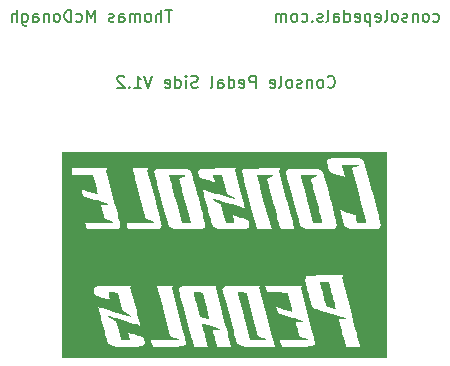
<source format=gbr>
G04 #@! TF.GenerationSoftware,KiCad,Pcbnew,(5.1.7)-1*
G04 #@! TF.CreationDate,2022-04-04T18:58:48-05:00*
G04 #@! TF.ProjectId,ConsolePedalSide,436f6e73-6f6c-4655-9065-64616c536964,rev?*
G04 #@! TF.SameCoordinates,Original*
G04 #@! TF.FileFunction,Legend,Bot*
G04 #@! TF.FilePolarity,Positive*
%FSLAX46Y46*%
G04 Gerber Fmt 4.6, Leading zero omitted, Abs format (unit mm)*
G04 Created by KiCad (PCBNEW (5.1.7)-1) date 2022-04-04 18:58:48*
%MOMM*%
%LPD*%
G01*
G04 APERTURE LIST*
%ADD10C,0.150000*%
%ADD11C,0.010000*%
G04 APERTURE END LIST*
D10*
X129135323Y-96353380D02*
X128563895Y-96353380D01*
X128849609Y-97353380D02*
X128849609Y-96353380D01*
X128230561Y-97353380D02*
X128230561Y-96353380D01*
X127801990Y-97353380D02*
X127801990Y-96829571D01*
X127849609Y-96734333D01*
X127944847Y-96686714D01*
X128087704Y-96686714D01*
X128182942Y-96734333D01*
X128230561Y-96781952D01*
X127182942Y-97353380D02*
X127278181Y-97305761D01*
X127325800Y-97258142D01*
X127373419Y-97162904D01*
X127373419Y-96877190D01*
X127325800Y-96781952D01*
X127278181Y-96734333D01*
X127182942Y-96686714D01*
X127040085Y-96686714D01*
X126944847Y-96734333D01*
X126897228Y-96781952D01*
X126849609Y-96877190D01*
X126849609Y-97162904D01*
X126897228Y-97258142D01*
X126944847Y-97305761D01*
X127040085Y-97353380D01*
X127182942Y-97353380D01*
X126421038Y-97353380D02*
X126421038Y-96686714D01*
X126421038Y-96781952D02*
X126373419Y-96734333D01*
X126278181Y-96686714D01*
X126135323Y-96686714D01*
X126040085Y-96734333D01*
X125992466Y-96829571D01*
X125992466Y-97353380D01*
X125992466Y-96829571D02*
X125944847Y-96734333D01*
X125849609Y-96686714D01*
X125706752Y-96686714D01*
X125611514Y-96734333D01*
X125563895Y-96829571D01*
X125563895Y-97353380D01*
X124659133Y-97353380D02*
X124659133Y-96829571D01*
X124706752Y-96734333D01*
X124801990Y-96686714D01*
X124992466Y-96686714D01*
X125087704Y-96734333D01*
X124659133Y-97305761D02*
X124754371Y-97353380D01*
X124992466Y-97353380D01*
X125087704Y-97305761D01*
X125135323Y-97210523D01*
X125135323Y-97115285D01*
X125087704Y-97020047D01*
X124992466Y-96972428D01*
X124754371Y-96972428D01*
X124659133Y-96924809D01*
X124230561Y-97305761D02*
X124135323Y-97353380D01*
X123944847Y-97353380D01*
X123849609Y-97305761D01*
X123801990Y-97210523D01*
X123801990Y-97162904D01*
X123849609Y-97067666D01*
X123944847Y-97020047D01*
X124087704Y-97020047D01*
X124182942Y-96972428D01*
X124230561Y-96877190D01*
X124230561Y-96829571D01*
X124182942Y-96734333D01*
X124087704Y-96686714D01*
X123944847Y-96686714D01*
X123849609Y-96734333D01*
X122611514Y-97353380D02*
X122611514Y-96353380D01*
X122278181Y-97067666D01*
X121944847Y-96353380D01*
X121944847Y-97353380D01*
X121040085Y-97305761D02*
X121135323Y-97353380D01*
X121325800Y-97353380D01*
X121421038Y-97305761D01*
X121468657Y-97258142D01*
X121516276Y-97162904D01*
X121516276Y-96877190D01*
X121468657Y-96781952D01*
X121421038Y-96734333D01*
X121325800Y-96686714D01*
X121135323Y-96686714D01*
X121040085Y-96734333D01*
X120611514Y-97353380D02*
X120611514Y-96353380D01*
X120373419Y-96353380D01*
X120230561Y-96401000D01*
X120135323Y-96496238D01*
X120087704Y-96591476D01*
X120040085Y-96781952D01*
X120040085Y-96924809D01*
X120087704Y-97115285D01*
X120135323Y-97210523D01*
X120230561Y-97305761D01*
X120373419Y-97353380D01*
X120611514Y-97353380D01*
X119468657Y-97353380D02*
X119563895Y-97305761D01*
X119611514Y-97258142D01*
X119659133Y-97162904D01*
X119659133Y-96877190D01*
X119611514Y-96781952D01*
X119563895Y-96734333D01*
X119468657Y-96686714D01*
X119325800Y-96686714D01*
X119230561Y-96734333D01*
X119182942Y-96781952D01*
X119135323Y-96877190D01*
X119135323Y-97162904D01*
X119182942Y-97258142D01*
X119230561Y-97305761D01*
X119325800Y-97353380D01*
X119468657Y-97353380D01*
X118706752Y-96686714D02*
X118706752Y-97353380D01*
X118706752Y-96781952D02*
X118659133Y-96734333D01*
X118563895Y-96686714D01*
X118421038Y-96686714D01*
X118325800Y-96734333D01*
X118278181Y-96829571D01*
X118278181Y-97353380D01*
X117373419Y-97353380D02*
X117373419Y-96829571D01*
X117421038Y-96734333D01*
X117516276Y-96686714D01*
X117706752Y-96686714D01*
X117801990Y-96734333D01*
X117373419Y-97305761D02*
X117468657Y-97353380D01*
X117706752Y-97353380D01*
X117801990Y-97305761D01*
X117849609Y-97210523D01*
X117849609Y-97115285D01*
X117801990Y-97020047D01*
X117706752Y-96972428D01*
X117468657Y-96972428D01*
X117373419Y-96924809D01*
X116468657Y-96686714D02*
X116468657Y-97496238D01*
X116516276Y-97591476D01*
X116563895Y-97639095D01*
X116659133Y-97686714D01*
X116801990Y-97686714D01*
X116897228Y-97639095D01*
X116468657Y-97305761D02*
X116563895Y-97353380D01*
X116754371Y-97353380D01*
X116849609Y-97305761D01*
X116897228Y-97258142D01*
X116944847Y-97162904D01*
X116944847Y-96877190D01*
X116897228Y-96781952D01*
X116849609Y-96734333D01*
X116754371Y-96686714D01*
X116563895Y-96686714D01*
X116468657Y-96734333D01*
X115992466Y-97353380D02*
X115992466Y-96353380D01*
X115563895Y-97353380D02*
X115563895Y-96829571D01*
X115611514Y-96734333D01*
X115706752Y-96686714D01*
X115849609Y-96686714D01*
X115944847Y-96734333D01*
X115992466Y-96781952D01*
X151270561Y-97305761D02*
X151365800Y-97353380D01*
X151556276Y-97353380D01*
X151651514Y-97305761D01*
X151699133Y-97258142D01*
X151746752Y-97162904D01*
X151746752Y-96877190D01*
X151699133Y-96781952D01*
X151651514Y-96734333D01*
X151556276Y-96686714D01*
X151365800Y-96686714D01*
X151270561Y-96734333D01*
X150699133Y-97353380D02*
X150794371Y-97305761D01*
X150841990Y-97258142D01*
X150889609Y-97162904D01*
X150889609Y-96877190D01*
X150841990Y-96781952D01*
X150794371Y-96734333D01*
X150699133Y-96686714D01*
X150556276Y-96686714D01*
X150461038Y-96734333D01*
X150413419Y-96781952D01*
X150365800Y-96877190D01*
X150365800Y-97162904D01*
X150413419Y-97258142D01*
X150461038Y-97305761D01*
X150556276Y-97353380D01*
X150699133Y-97353380D01*
X149937228Y-96686714D02*
X149937228Y-97353380D01*
X149937228Y-96781952D02*
X149889609Y-96734333D01*
X149794371Y-96686714D01*
X149651514Y-96686714D01*
X149556276Y-96734333D01*
X149508657Y-96829571D01*
X149508657Y-97353380D01*
X149080085Y-97305761D02*
X148984847Y-97353380D01*
X148794371Y-97353380D01*
X148699133Y-97305761D01*
X148651514Y-97210523D01*
X148651514Y-97162904D01*
X148699133Y-97067666D01*
X148794371Y-97020047D01*
X148937228Y-97020047D01*
X149032466Y-96972428D01*
X149080085Y-96877190D01*
X149080085Y-96829571D01*
X149032466Y-96734333D01*
X148937228Y-96686714D01*
X148794371Y-96686714D01*
X148699133Y-96734333D01*
X148080085Y-97353380D02*
X148175323Y-97305761D01*
X148222942Y-97258142D01*
X148270561Y-97162904D01*
X148270561Y-96877190D01*
X148222942Y-96781952D01*
X148175323Y-96734333D01*
X148080085Y-96686714D01*
X147937228Y-96686714D01*
X147841990Y-96734333D01*
X147794371Y-96781952D01*
X147746752Y-96877190D01*
X147746752Y-97162904D01*
X147794371Y-97258142D01*
X147841990Y-97305761D01*
X147937228Y-97353380D01*
X148080085Y-97353380D01*
X147175323Y-97353380D02*
X147270561Y-97305761D01*
X147318181Y-97210523D01*
X147318181Y-96353380D01*
X146413419Y-97305761D02*
X146508657Y-97353380D01*
X146699133Y-97353380D01*
X146794371Y-97305761D01*
X146841990Y-97210523D01*
X146841990Y-96829571D01*
X146794371Y-96734333D01*
X146699133Y-96686714D01*
X146508657Y-96686714D01*
X146413419Y-96734333D01*
X146365800Y-96829571D01*
X146365800Y-96924809D01*
X146841990Y-97020047D01*
X145937228Y-96686714D02*
X145937228Y-97686714D01*
X145937228Y-96734333D02*
X145841990Y-96686714D01*
X145651514Y-96686714D01*
X145556276Y-96734333D01*
X145508657Y-96781952D01*
X145461038Y-96877190D01*
X145461038Y-97162904D01*
X145508657Y-97258142D01*
X145556276Y-97305761D01*
X145651514Y-97353380D01*
X145841990Y-97353380D01*
X145937228Y-97305761D01*
X144651514Y-97305761D02*
X144746752Y-97353380D01*
X144937228Y-97353380D01*
X145032466Y-97305761D01*
X145080085Y-97210523D01*
X145080085Y-96829571D01*
X145032466Y-96734333D01*
X144937228Y-96686714D01*
X144746752Y-96686714D01*
X144651514Y-96734333D01*
X144603895Y-96829571D01*
X144603895Y-96924809D01*
X145080085Y-97020047D01*
X143746752Y-97353380D02*
X143746752Y-96353380D01*
X143746752Y-97305761D02*
X143841990Y-97353380D01*
X144032466Y-97353380D01*
X144127704Y-97305761D01*
X144175323Y-97258142D01*
X144222942Y-97162904D01*
X144222942Y-96877190D01*
X144175323Y-96781952D01*
X144127704Y-96734333D01*
X144032466Y-96686714D01*
X143841990Y-96686714D01*
X143746752Y-96734333D01*
X142841990Y-97353380D02*
X142841990Y-96829571D01*
X142889609Y-96734333D01*
X142984847Y-96686714D01*
X143175323Y-96686714D01*
X143270561Y-96734333D01*
X142841990Y-97305761D02*
X142937228Y-97353380D01*
X143175323Y-97353380D01*
X143270561Y-97305761D01*
X143318181Y-97210523D01*
X143318181Y-97115285D01*
X143270561Y-97020047D01*
X143175323Y-96972428D01*
X142937228Y-96972428D01*
X142841990Y-96924809D01*
X142222942Y-97353380D02*
X142318181Y-97305761D01*
X142365800Y-97210523D01*
X142365800Y-96353380D01*
X141889609Y-97305761D02*
X141794371Y-97353380D01*
X141603895Y-97353380D01*
X141508657Y-97305761D01*
X141461038Y-97210523D01*
X141461038Y-97162904D01*
X141508657Y-97067666D01*
X141603895Y-97020047D01*
X141746752Y-97020047D01*
X141841990Y-96972428D01*
X141889609Y-96877190D01*
X141889609Y-96829571D01*
X141841990Y-96734333D01*
X141746752Y-96686714D01*
X141603895Y-96686714D01*
X141508657Y-96734333D01*
X141032466Y-97258142D02*
X140984847Y-97305761D01*
X141032466Y-97353380D01*
X141080085Y-97305761D01*
X141032466Y-97258142D01*
X141032466Y-97353380D01*
X140127704Y-97305761D02*
X140222942Y-97353380D01*
X140413419Y-97353380D01*
X140508657Y-97305761D01*
X140556276Y-97258142D01*
X140603895Y-97162904D01*
X140603895Y-96877190D01*
X140556276Y-96781952D01*
X140508657Y-96734333D01*
X140413419Y-96686714D01*
X140222942Y-96686714D01*
X140127704Y-96734333D01*
X139556276Y-97353380D02*
X139651514Y-97305761D01*
X139699133Y-97258142D01*
X139746752Y-97162904D01*
X139746752Y-96877190D01*
X139699133Y-96781952D01*
X139651514Y-96734333D01*
X139556276Y-96686714D01*
X139413419Y-96686714D01*
X139318181Y-96734333D01*
X139270561Y-96781952D01*
X139222942Y-96877190D01*
X139222942Y-97162904D01*
X139270561Y-97258142D01*
X139318181Y-97305761D01*
X139413419Y-97353380D01*
X139556276Y-97353380D01*
X138794371Y-97353380D02*
X138794371Y-96686714D01*
X138794371Y-96781952D02*
X138746752Y-96734333D01*
X138651514Y-96686714D01*
X138508657Y-96686714D01*
X138413419Y-96734333D01*
X138365800Y-96829571D01*
X138365800Y-97353380D01*
X138365800Y-96829571D02*
X138318181Y-96734333D01*
X138222942Y-96686714D01*
X138080085Y-96686714D01*
X137984847Y-96734333D01*
X137937228Y-96829571D01*
X137937228Y-97353380D01*
X142326238Y-102846142D02*
X142373857Y-102893761D01*
X142516714Y-102941380D01*
X142611952Y-102941380D01*
X142754809Y-102893761D01*
X142850047Y-102798523D01*
X142897666Y-102703285D01*
X142945285Y-102512809D01*
X142945285Y-102369952D01*
X142897666Y-102179476D01*
X142850047Y-102084238D01*
X142754809Y-101989000D01*
X142611952Y-101941380D01*
X142516714Y-101941380D01*
X142373857Y-101989000D01*
X142326238Y-102036619D01*
X141754809Y-102941380D02*
X141850047Y-102893761D01*
X141897666Y-102846142D01*
X141945285Y-102750904D01*
X141945285Y-102465190D01*
X141897666Y-102369952D01*
X141850047Y-102322333D01*
X141754809Y-102274714D01*
X141611952Y-102274714D01*
X141516714Y-102322333D01*
X141469095Y-102369952D01*
X141421476Y-102465190D01*
X141421476Y-102750904D01*
X141469095Y-102846142D01*
X141516714Y-102893761D01*
X141611952Y-102941380D01*
X141754809Y-102941380D01*
X140992904Y-102274714D02*
X140992904Y-102941380D01*
X140992904Y-102369952D02*
X140945285Y-102322333D01*
X140850047Y-102274714D01*
X140707190Y-102274714D01*
X140611952Y-102322333D01*
X140564333Y-102417571D01*
X140564333Y-102941380D01*
X140135761Y-102893761D02*
X140040523Y-102941380D01*
X139850047Y-102941380D01*
X139754809Y-102893761D01*
X139707190Y-102798523D01*
X139707190Y-102750904D01*
X139754809Y-102655666D01*
X139850047Y-102608047D01*
X139992904Y-102608047D01*
X140088142Y-102560428D01*
X140135761Y-102465190D01*
X140135761Y-102417571D01*
X140088142Y-102322333D01*
X139992904Y-102274714D01*
X139850047Y-102274714D01*
X139754809Y-102322333D01*
X139135761Y-102941380D02*
X139231000Y-102893761D01*
X139278619Y-102846142D01*
X139326238Y-102750904D01*
X139326238Y-102465190D01*
X139278619Y-102369952D01*
X139231000Y-102322333D01*
X139135761Y-102274714D01*
X138992904Y-102274714D01*
X138897666Y-102322333D01*
X138850047Y-102369952D01*
X138802428Y-102465190D01*
X138802428Y-102750904D01*
X138850047Y-102846142D01*
X138897666Y-102893761D01*
X138992904Y-102941380D01*
X139135761Y-102941380D01*
X138231000Y-102941380D02*
X138326238Y-102893761D01*
X138373857Y-102798523D01*
X138373857Y-101941380D01*
X137469095Y-102893761D02*
X137564333Y-102941380D01*
X137754809Y-102941380D01*
X137850047Y-102893761D01*
X137897666Y-102798523D01*
X137897666Y-102417571D01*
X137850047Y-102322333D01*
X137754809Y-102274714D01*
X137564333Y-102274714D01*
X137469095Y-102322333D01*
X137421476Y-102417571D01*
X137421476Y-102512809D01*
X137897666Y-102608047D01*
X136231000Y-102941380D02*
X136231000Y-101941380D01*
X135850047Y-101941380D01*
X135754809Y-101989000D01*
X135707190Y-102036619D01*
X135659571Y-102131857D01*
X135659571Y-102274714D01*
X135707190Y-102369952D01*
X135754809Y-102417571D01*
X135850047Y-102465190D01*
X136231000Y-102465190D01*
X134850047Y-102893761D02*
X134945285Y-102941380D01*
X135135761Y-102941380D01*
X135231000Y-102893761D01*
X135278619Y-102798523D01*
X135278619Y-102417571D01*
X135231000Y-102322333D01*
X135135761Y-102274714D01*
X134945285Y-102274714D01*
X134850047Y-102322333D01*
X134802428Y-102417571D01*
X134802428Y-102512809D01*
X135278619Y-102608047D01*
X133945285Y-102941380D02*
X133945285Y-101941380D01*
X133945285Y-102893761D02*
X134040523Y-102941380D01*
X134231000Y-102941380D01*
X134326238Y-102893761D01*
X134373857Y-102846142D01*
X134421476Y-102750904D01*
X134421476Y-102465190D01*
X134373857Y-102369952D01*
X134326238Y-102322333D01*
X134231000Y-102274714D01*
X134040523Y-102274714D01*
X133945285Y-102322333D01*
X133040523Y-102941380D02*
X133040523Y-102417571D01*
X133088142Y-102322333D01*
X133183380Y-102274714D01*
X133373857Y-102274714D01*
X133469095Y-102322333D01*
X133040523Y-102893761D02*
X133135761Y-102941380D01*
X133373857Y-102941380D01*
X133469095Y-102893761D01*
X133516714Y-102798523D01*
X133516714Y-102703285D01*
X133469095Y-102608047D01*
X133373857Y-102560428D01*
X133135761Y-102560428D01*
X133040523Y-102512809D01*
X132421476Y-102941380D02*
X132516714Y-102893761D01*
X132564333Y-102798523D01*
X132564333Y-101941380D01*
X131326238Y-102893761D02*
X131183380Y-102941380D01*
X130945285Y-102941380D01*
X130850047Y-102893761D01*
X130802428Y-102846142D01*
X130754809Y-102750904D01*
X130754809Y-102655666D01*
X130802428Y-102560428D01*
X130850047Y-102512809D01*
X130945285Y-102465190D01*
X131135761Y-102417571D01*
X131231000Y-102369952D01*
X131278619Y-102322333D01*
X131326238Y-102227095D01*
X131326238Y-102131857D01*
X131278619Y-102036619D01*
X131231000Y-101989000D01*
X131135761Y-101941380D01*
X130897666Y-101941380D01*
X130754809Y-101989000D01*
X130326238Y-102941380D02*
X130326238Y-102274714D01*
X130326238Y-101941380D02*
X130373857Y-101989000D01*
X130326238Y-102036619D01*
X130278619Y-101989000D01*
X130326238Y-101941380D01*
X130326238Y-102036619D01*
X129421476Y-102941380D02*
X129421476Y-101941380D01*
X129421476Y-102893761D02*
X129516714Y-102941380D01*
X129707190Y-102941380D01*
X129802428Y-102893761D01*
X129850047Y-102846142D01*
X129897666Y-102750904D01*
X129897666Y-102465190D01*
X129850047Y-102369952D01*
X129802428Y-102322333D01*
X129707190Y-102274714D01*
X129516714Y-102274714D01*
X129421476Y-102322333D01*
X128564333Y-102893761D02*
X128659571Y-102941380D01*
X128850047Y-102941380D01*
X128945285Y-102893761D01*
X128992904Y-102798523D01*
X128992904Y-102417571D01*
X128945285Y-102322333D01*
X128850047Y-102274714D01*
X128659571Y-102274714D01*
X128564333Y-102322333D01*
X128516714Y-102417571D01*
X128516714Y-102512809D01*
X128992904Y-102608047D01*
X127469095Y-101941380D02*
X127135761Y-102941380D01*
X126802428Y-101941380D01*
X125945285Y-102941380D02*
X126516714Y-102941380D01*
X126231000Y-102941380D02*
X126231000Y-101941380D01*
X126326238Y-102084238D01*
X126421476Y-102179476D01*
X126516714Y-102227095D01*
X125516714Y-102846142D02*
X125469095Y-102893761D01*
X125516714Y-102941380D01*
X125564333Y-102893761D01*
X125516714Y-102846142D01*
X125516714Y-102941380D01*
X125088142Y-102036619D02*
X125040523Y-101989000D01*
X124945285Y-101941380D01*
X124707190Y-101941380D01*
X124611952Y-101989000D01*
X124564333Y-102036619D01*
X124516714Y-102131857D01*
X124516714Y-102227095D01*
X124564333Y-102369952D01*
X125135761Y-102941380D01*
X124516714Y-102941380D01*
D11*
G04 #@! TO.C,G\u002A\u002A\u002A*
G36*
X119832181Y-125761750D02*
G01*
X147264181Y-125761750D01*
X147264181Y-124872750D01*
X145101759Y-124872750D01*
X144454735Y-124872750D01*
X137892813Y-124872750D01*
X136552668Y-124872750D01*
X134178063Y-124872750D01*
X132886356Y-124872750D01*
X132853947Y-124769562D01*
X132835909Y-124707497D01*
X132804737Y-124595337D01*
X132763513Y-124444378D01*
X132715321Y-124265920D01*
X132663243Y-124071260D01*
X132656852Y-124047250D01*
X132605935Y-123856652D01*
X132559891Y-123685852D01*
X132521438Y-123544796D01*
X132493289Y-123443435D01*
X132478161Y-123391717D01*
X132477027Y-123388437D01*
X132485777Y-123369641D01*
X132534213Y-123357130D01*
X132630113Y-123349870D01*
X132781256Y-123346829D01*
X132790722Y-123346767D01*
X133119556Y-123344785D01*
X132407259Y-123125086D01*
X132206193Y-123063466D01*
X132026485Y-123009149D01*
X131876625Y-122964640D01*
X131765101Y-122932442D01*
X131700404Y-122915058D01*
X131687518Y-122912830D01*
X131693646Y-122944121D01*
X131714518Y-123029317D01*
X131748215Y-123161045D01*
X131792822Y-123331936D01*
X131846423Y-123534618D01*
X131907099Y-123761719D01*
X131941231Y-123888574D01*
X132202388Y-124856875D01*
X131568915Y-124865484D01*
X131375023Y-124867420D01*
X131203664Y-124867799D01*
X131064642Y-124866709D01*
X130967762Y-124864238D01*
X130922829Y-124860474D01*
X130921027Y-124859678D01*
X130909661Y-124826389D01*
X130883632Y-124737352D01*
X130844452Y-124598226D01*
X130823247Y-124521633D01*
X130341431Y-124521633D01*
X130341431Y-124521721D01*
X130311581Y-124643484D01*
X130225678Y-124744254D01*
X130089197Y-124818749D01*
X130008056Y-124843445D01*
X129955821Y-124848456D01*
X129847563Y-124852848D01*
X129690759Y-124856519D01*
X129492884Y-124859369D01*
X129261414Y-124861294D01*
X129003824Y-124862195D01*
X128727591Y-124861968D01*
X128661719Y-124861744D01*
X127410632Y-124856875D01*
X127337639Y-124587000D01*
X127316785Y-124507591D01*
X126845992Y-124507591D01*
X126838154Y-124593443D01*
X126808068Y-124662352D01*
X126799678Y-124674939D01*
X126763511Y-124722094D01*
X126723164Y-124760816D01*
X126672326Y-124791955D01*
X126604687Y-124816362D01*
X126513938Y-124834886D01*
X126393768Y-124848378D01*
X126237866Y-124857687D01*
X126039924Y-124863664D01*
X125793630Y-124867159D01*
X125492674Y-124869021D01*
X125355415Y-124869500D01*
X125049563Y-124869917D01*
X124800036Y-124868941D01*
X124599673Y-124866310D01*
X124441307Y-124861763D01*
X124317776Y-124855039D01*
X124221916Y-124845875D01*
X124146563Y-124834011D01*
X124101290Y-124823729D01*
X123905985Y-124755129D01*
X123751639Y-124663556D01*
X123647594Y-124555075D01*
X123624870Y-124514407D01*
X123607271Y-124463671D01*
X123576364Y-124361038D01*
X123534037Y-124213603D01*
X123482179Y-124028459D01*
X123422680Y-123812700D01*
X123357430Y-123573421D01*
X123288316Y-123317714D01*
X123217230Y-123052675D01*
X123146060Y-122785396D01*
X123076695Y-122522972D01*
X123011025Y-122272496D01*
X122950938Y-122041062D01*
X122898325Y-121835765D01*
X122855075Y-121663698D01*
X122823076Y-121531954D01*
X122804219Y-121447629D01*
X122800187Y-121417910D01*
X122832473Y-121424020D01*
X122919295Y-121447102D01*
X123054524Y-121485360D01*
X123232035Y-121537000D01*
X123445699Y-121600223D01*
X123689390Y-121673236D01*
X123956980Y-121754240D01*
X124183336Y-121823345D01*
X124465506Y-121909475D01*
X124728572Y-121989140D01*
X124966421Y-122060536D01*
X125172937Y-122121855D01*
X125342006Y-122171292D01*
X125467513Y-122207041D01*
X125543343Y-122227297D01*
X125564128Y-122231137D01*
X125542515Y-122212284D01*
X125475100Y-122168897D01*
X125371737Y-122107007D01*
X125242283Y-122032645D01*
X125211110Y-122015115D01*
X125051073Y-121922902D01*
X124940324Y-121852220D01*
X124870885Y-121797166D01*
X124834777Y-121751831D01*
X124826604Y-121730461D01*
X124812875Y-121676947D01*
X124785537Y-121572185D01*
X124747251Y-121426307D01*
X124700679Y-121249447D01*
X124648482Y-121051735D01*
X124626205Y-120967500D01*
X124445592Y-120284875D01*
X124104898Y-120275838D01*
X123954566Y-120272632D01*
X123857231Y-120273603D01*
X123802443Y-120280285D01*
X123779753Y-120294211D01*
X123778715Y-120316915D01*
X123780417Y-120323463D01*
X123842533Y-120546283D01*
X123886391Y-120716490D01*
X123911449Y-120831775D01*
X123917164Y-120889827D01*
X123914952Y-120895812D01*
X123880730Y-120892151D01*
X123794796Y-120871980D01*
X123666054Y-120837707D01*
X123503406Y-120791745D01*
X123315758Y-120736505D01*
X123221935Y-120708167D01*
X122546806Y-120502633D01*
X122490185Y-120330254D01*
X122453949Y-120206286D01*
X122424816Y-120082820D01*
X122415247Y-120028880D01*
X122409357Y-119939875D01*
X122430845Y-119876037D01*
X122490728Y-119806105D01*
X122495440Y-119801375D01*
X122634848Y-119706774D01*
X122754504Y-119668432D01*
X122831205Y-119659309D01*
X122968386Y-119651482D01*
X123163040Y-119645016D01*
X123412159Y-119639976D01*
X123712737Y-119636427D01*
X124061766Y-119634434D01*
X124343389Y-119634000D01*
X125771721Y-119634000D01*
X125621605Y-119854914D01*
X126058041Y-121482726D01*
X126140939Y-121792327D01*
X126218488Y-122082745D01*
X126289196Y-122348336D01*
X126351570Y-122583455D01*
X126404117Y-122782455D01*
X126445345Y-122939693D01*
X126473760Y-123049522D01*
X126487870Y-123106298D01*
X126489142Y-123113048D01*
X126458687Y-123104538D01*
X126373754Y-123079186D01*
X126240540Y-123038879D01*
X126065240Y-122985508D01*
X125854051Y-122920961D01*
X125613168Y-122847128D01*
X125348789Y-122765898D01*
X125166181Y-122709689D01*
X124885738Y-122623520D01*
X124621306Y-122542683D01*
X124379653Y-122469219D01*
X124167548Y-122405166D01*
X123991759Y-122352563D01*
X123859055Y-122313450D01*
X123776202Y-122289865D01*
X123753306Y-122284030D01*
X123743731Y-122291001D01*
X123783248Y-122323964D01*
X123865282Y-122378362D01*
X123983258Y-122449640D01*
X124037640Y-122481058D01*
X124417223Y-122697875D01*
X124622252Y-123467812D01*
X124827280Y-124237750D01*
X125155481Y-124237750D01*
X125313204Y-124235548D01*
X125415292Y-124228310D01*
X125469478Y-124215086D01*
X125483681Y-124197424D01*
X125475681Y-124151085D01*
X125454452Y-124059908D01*
X125424153Y-123940126D01*
X125388941Y-123807975D01*
X125352975Y-123679689D01*
X125338117Y-123629101D01*
X125339385Y-123608469D01*
X125365665Y-123602592D01*
X125425984Y-123612927D01*
X125529367Y-123640935D01*
X125664910Y-123681905D01*
X125847406Y-123738244D01*
X126058421Y-123803346D01*
X126265785Y-123867288D01*
X126373278Y-123900417D01*
X126738999Y-124013101D01*
X126794232Y-124228613D01*
X126831408Y-124390685D01*
X126845992Y-124507591D01*
X127316785Y-124507591D01*
X127304555Y-124461022D01*
X127278921Y-124356480D01*
X127264734Y-124289967D01*
X127263163Y-124277823D01*
X127276655Y-124267095D01*
X127321178Y-124258099D01*
X127401491Y-124250644D01*
X127522348Y-124244539D01*
X127688506Y-124239591D01*
X127904721Y-124235609D01*
X128175750Y-124232401D01*
X128444369Y-124230198D01*
X129627056Y-124221875D01*
X129277806Y-124108768D01*
X128928556Y-123995662D01*
X128366157Y-121902143D01*
X128270846Y-121547144D01*
X128180052Y-121208564D01*
X128095176Y-120891652D01*
X128017617Y-120601654D01*
X127948775Y-120343819D01*
X127890051Y-120123393D01*
X127842846Y-119945624D01*
X127808559Y-119815760D01*
X127788591Y-119739047D01*
X127784196Y-119721312D01*
X127764636Y-119634000D01*
X129264221Y-119634000D01*
X129189114Y-119744529D01*
X129114007Y-119855059D01*
X129727719Y-122146941D01*
X129826864Y-122518282D01*
X129921045Y-122873148D01*
X130008976Y-123206561D01*
X130089371Y-123513542D01*
X130160942Y-123789114D01*
X130222404Y-124028301D01*
X130272470Y-124226123D01*
X130309854Y-124377605D01*
X130333270Y-124477767D01*
X130341431Y-124521633D01*
X130823247Y-124521633D01*
X130793633Y-124414668D01*
X130732689Y-124192336D01*
X130663131Y-123936889D01*
X130586472Y-123653984D01*
X130504225Y-123349279D01*
X130417903Y-123028432D01*
X130329017Y-122697100D01*
X130239080Y-122360942D01*
X130149605Y-122025615D01*
X130062104Y-121696778D01*
X129978090Y-121380088D01*
X129899075Y-121081203D01*
X129826572Y-120805780D01*
X129762093Y-120559479D01*
X129707151Y-120347956D01*
X129663258Y-120176870D01*
X129631928Y-120051878D01*
X129614671Y-119978638D01*
X129611702Y-119961879D01*
X129639924Y-119875278D01*
X129716204Y-119789668D01*
X129826081Y-119717171D01*
X129955098Y-119669907D01*
X129961754Y-119668432D01*
X130038455Y-119659309D01*
X130175636Y-119651482D01*
X130370290Y-119645016D01*
X130619409Y-119639976D01*
X130919987Y-119636427D01*
X131269016Y-119634434D01*
X131550639Y-119634000D01*
X132978971Y-119634000D01*
X132903950Y-119744402D01*
X132828929Y-119854805D01*
X133470065Y-122244715D01*
X133572139Y-122625139D01*
X133670049Y-122989906D01*
X133762459Y-123334051D01*
X133848035Y-123652609D01*
X133925442Y-123940615D01*
X133993345Y-124193106D01*
X134050409Y-124405115D01*
X134095300Y-124571679D01*
X134126682Y-124687832D01*
X134143222Y-124748611D01*
X134144631Y-124753687D01*
X134178063Y-124872750D01*
X136552668Y-124872750D01*
X136210600Y-124872391D01*
X135925844Y-124871182D01*
X135692216Y-124868926D01*
X135503532Y-124865424D01*
X135353607Y-124860478D01*
X135236256Y-124853889D01*
X135145297Y-124845459D01*
X135074543Y-124834991D01*
X135023290Y-124823729D01*
X134828147Y-124755208D01*
X134673960Y-124663785D01*
X134570057Y-124555522D01*
X134547130Y-124514407D01*
X134530906Y-124466405D01*
X134500359Y-124363667D01*
X134457089Y-124212172D01*
X134402700Y-124017895D01*
X134338792Y-123786813D01*
X134266968Y-123524904D01*
X134188830Y-123238144D01*
X134105979Y-122932510D01*
X134020017Y-122613979D01*
X133932547Y-122288528D01*
X133845170Y-121962134D01*
X133759489Y-121640772D01*
X133677104Y-121330422D01*
X133599619Y-121037058D01*
X133528634Y-120766659D01*
X133465752Y-120525201D01*
X133412575Y-120318660D01*
X133370704Y-120153014D01*
X133341742Y-120034239D01*
X133327291Y-119968313D01*
X133325931Y-119958008D01*
X133354633Y-119873771D01*
X133430875Y-119789647D01*
X133539862Y-119717855D01*
X133666799Y-119670617D01*
X133676504Y-119668432D01*
X133753205Y-119659309D01*
X133890386Y-119651482D01*
X134085040Y-119645016D01*
X134334159Y-119639976D01*
X134634737Y-119636427D01*
X134983766Y-119634434D01*
X135265389Y-119634000D01*
X136693721Y-119634000D01*
X136618700Y-119744402D01*
X136543679Y-119854805D01*
X137184815Y-122244715D01*
X137286889Y-122625139D01*
X137384799Y-122989906D01*
X137477209Y-123334051D01*
X137562785Y-123652609D01*
X137640192Y-123940615D01*
X137708095Y-124193106D01*
X137765159Y-124405115D01*
X137810050Y-124571679D01*
X137841432Y-124687832D01*
X137857972Y-124748611D01*
X137859381Y-124753687D01*
X137892813Y-124872750D01*
X144454735Y-124872750D01*
X144235264Y-124872333D01*
X144071061Y-124870624D01*
X143953896Y-124866935D01*
X143875540Y-124860577D01*
X143827762Y-124850861D01*
X143802335Y-124837099D01*
X143791027Y-124818602D01*
X143790575Y-124817187D01*
X143776732Y-124768239D01*
X143749508Y-124668531D01*
X143711083Y-124526254D01*
X143709842Y-124521633D01*
X141263431Y-124521633D01*
X141263431Y-124521721D01*
X141233581Y-124643484D01*
X141147678Y-124744254D01*
X141011197Y-124818749D01*
X140930056Y-124843445D01*
X140877821Y-124848456D01*
X140769563Y-124852848D01*
X140612759Y-124856519D01*
X140414884Y-124859369D01*
X140183414Y-124861294D01*
X139925824Y-124862195D01*
X139649591Y-124861968D01*
X139583719Y-124861744D01*
X138332632Y-124856875D01*
X138259639Y-124587000D01*
X138226555Y-124461022D01*
X138200921Y-124356480D01*
X138186734Y-124289967D01*
X138185163Y-124277823D01*
X138198655Y-124267095D01*
X138243178Y-124258099D01*
X138323491Y-124250644D01*
X138444348Y-124244539D01*
X138610506Y-124239591D01*
X138826721Y-124235609D01*
X139097750Y-124232401D01*
X139366369Y-124230198D01*
X140549056Y-124221875D01*
X140199859Y-124108680D01*
X139850661Y-123995486D01*
X139684741Y-123378430D01*
X139634228Y-123189585D01*
X139589830Y-123021712D01*
X139554049Y-122884431D01*
X139529389Y-122787360D01*
X139518352Y-122740120D01*
X139518001Y-122737562D01*
X139547102Y-122727413D01*
X139626074Y-122719418D01*
X139741296Y-122714636D01*
X139824098Y-122713750D01*
X139951780Y-122711499D01*
X140048564Y-122705438D01*
X140102117Y-122696601D01*
X140107979Y-122689937D01*
X140073189Y-122675257D01*
X139984833Y-122644377D01*
X139850079Y-122599623D01*
X139676099Y-122543321D01*
X139470063Y-122477797D01*
X139239141Y-122405378D01*
X139049309Y-122346511D01*
X138013676Y-122026898D01*
X137927542Y-121706441D01*
X137841408Y-121385985D01*
X137925232Y-121414356D01*
X138019194Y-121445062D01*
X138149689Y-121486208D01*
X138306233Y-121534643D01*
X138478340Y-121587218D01*
X138655526Y-121640783D01*
X138827305Y-121692189D01*
X138983195Y-121738287D01*
X139112708Y-121775926D01*
X139205362Y-121801958D01*
X139250671Y-121813232D01*
X139253428Y-121813337D01*
X139248003Y-121781635D01*
X139228281Y-121696960D01*
X139196354Y-121567684D01*
X139154318Y-121402181D01*
X139104267Y-121208823D01*
X139061223Y-121044865D01*
X138860537Y-120284875D01*
X137984340Y-120276438D01*
X137724407Y-120273652D01*
X137520955Y-120270557D01*
X137366964Y-120266651D01*
X137255415Y-120261438D01*
X137179289Y-120254416D01*
X137131566Y-120245087D01*
X137105228Y-120232951D01*
X137093256Y-120217510D01*
X137091644Y-120212938D01*
X137064105Y-120117484D01*
X137031940Y-120000824D01*
X136999572Y-119879736D01*
X136971427Y-119771002D01*
X136951929Y-119691403D01*
X136945431Y-119658450D01*
X136976190Y-119653711D01*
X137064497Y-119649275D01*
X137204405Y-119645231D01*
X137389962Y-119641670D01*
X137615218Y-119638680D01*
X137874223Y-119636353D01*
X138161029Y-119634777D01*
X138469683Y-119634042D01*
X138565826Y-119634000D01*
X140186221Y-119634000D01*
X140111114Y-119744529D01*
X140036007Y-119855059D01*
X140649719Y-122146941D01*
X140748864Y-122518282D01*
X140843045Y-122873148D01*
X140930976Y-123206561D01*
X141011371Y-123513542D01*
X141082942Y-123789114D01*
X141144404Y-124028301D01*
X141194470Y-124226123D01*
X141231854Y-124377605D01*
X141255270Y-124477767D01*
X141263431Y-124521633D01*
X143709842Y-124521633D01*
X143663635Y-124349599D01*
X143609342Y-124146757D01*
X143550383Y-123925920D01*
X143488936Y-123695277D01*
X143427181Y-123463022D01*
X143367296Y-123237344D01*
X143311460Y-123026436D01*
X143261850Y-122838487D01*
X143220647Y-122681689D01*
X143190028Y-122564234D01*
X143172172Y-122494312D01*
X143168431Y-122478078D01*
X143197892Y-122470352D01*
X143277139Y-122462604D01*
X143392468Y-122455962D01*
X143473772Y-122452962D01*
X143779112Y-122443875D01*
X142374669Y-122015250D01*
X142035902Y-121911478D01*
X141753314Y-121823963D01*
X141522156Y-121751067D01*
X141337680Y-121691157D01*
X141195137Y-121642595D01*
X141089779Y-121603746D01*
X141016858Y-121572974D01*
X140971625Y-121548644D01*
X140949331Y-121529120D01*
X140946071Y-121523125D01*
X140932666Y-121478896D01*
X140904960Y-121380447D01*
X140864900Y-121234944D01*
X140814437Y-121049552D01*
X140755520Y-120831435D01*
X140690099Y-120587760D01*
X140620122Y-120325692D01*
X140612027Y-120295286D01*
X140302138Y-119130948D01*
X140365194Y-119009411D01*
X140432914Y-118914356D01*
X140519332Y-118835294D01*
X140536278Y-118824375D01*
X140563607Y-118809708D01*
X140595127Y-118797435D01*
X140636526Y-118787299D01*
X140693494Y-118779048D01*
X140771717Y-118772427D01*
X140876885Y-118767182D01*
X141014685Y-118763060D01*
X141190807Y-118759807D01*
X141410938Y-118757168D01*
X141680766Y-118754890D01*
X142005981Y-118752719D01*
X142162880Y-118751764D01*
X143681453Y-118742653D01*
X143597599Y-118852592D01*
X143513744Y-118962530D01*
X144263779Y-121766827D01*
X144374283Y-122179841D01*
X144480832Y-122577788D01*
X144582187Y-122956060D01*
X144677111Y-123310048D01*
X144764366Y-123635144D01*
X144842712Y-123926739D01*
X144910913Y-124180225D01*
X144967729Y-124390994D01*
X145011923Y-124554438D01*
X145042256Y-124665947D01*
X145057490Y-124720915D01*
X145057787Y-124721937D01*
X145101759Y-124872750D01*
X147264181Y-124872750D01*
X147264181Y-114585287D01*
X146835658Y-114585287D01*
X146778329Y-114711430D01*
X146674344Y-114819468D01*
X146549806Y-114888307D01*
X146505002Y-114900742D01*
X146442270Y-114910636D01*
X146355291Y-114918177D01*
X146237747Y-114923555D01*
X146083320Y-114926959D01*
X145885692Y-114928577D01*
X145638544Y-114928598D01*
X145335558Y-114927211D01*
X145263931Y-114926757D01*
X144105056Y-114919125D01*
X143917591Y-114823875D01*
X143809730Y-114761505D01*
X143718393Y-114695431D01*
X143670624Y-114648404D01*
X143645169Y-114594865D01*
X143641594Y-114584974D01*
X143120977Y-114584974D01*
X143063479Y-114711584D01*
X142959391Y-114819361D01*
X142835056Y-114887219D01*
X142760459Y-114901745D01*
X142631954Y-114913822D01*
X142459089Y-114923455D01*
X142251410Y-114930648D01*
X142018463Y-114935407D01*
X141769793Y-114937736D01*
X141514948Y-114937641D01*
X141263472Y-114935125D01*
X141257424Y-114935000D01*
X139543813Y-114935000D01*
X138248955Y-114935000D01*
X138201837Y-114768312D01*
X138185469Y-114708759D01*
X138154255Y-114593578D01*
X138109730Y-114428489D01*
X138053432Y-114219214D01*
X137986896Y-113971475D01*
X137911659Y-113690993D01*
X137829257Y-113383490D01*
X137741227Y-113054686D01*
X137649106Y-112710304D01*
X137628471Y-112633125D01*
X137536766Y-112290193D01*
X137449685Y-111964754D01*
X137368648Y-111662100D01*
X137295076Y-111387529D01*
X137230389Y-111146335D01*
X137176008Y-110943814D01*
X137133352Y-110785260D01*
X137103842Y-110675969D01*
X137088900Y-110621237D01*
X137087513Y-110616389D01*
X137096597Y-110585827D01*
X137147295Y-110551305D01*
X137247300Y-110508475D01*
X137334555Y-110476848D01*
X137456327Y-110432559D01*
X137555633Y-110393084D01*
X137616618Y-110364856D01*
X137626469Y-110358396D01*
X137605677Y-110350193D01*
X137529803Y-110343022D01*
X137407262Y-110337249D01*
X137246467Y-110333236D01*
X137055834Y-110331348D01*
X136998802Y-110331250D01*
X136340972Y-110331250D01*
X136359160Y-110402687D01*
X136370204Y-110444474D01*
X136396348Y-110542564D01*
X136436244Y-110691923D01*
X136488548Y-110887520D01*
X136551912Y-111124324D01*
X136624989Y-111397304D01*
X136706432Y-111701427D01*
X136794896Y-112031662D01*
X136889034Y-112382978D01*
X136973098Y-112696625D01*
X137568848Y-114919125D01*
X136935020Y-114927734D01*
X136741072Y-114929670D01*
X136569654Y-114930050D01*
X136430568Y-114928961D01*
X136333617Y-114926492D01*
X136288602Y-114922730D01*
X136286777Y-114921928D01*
X136275411Y-114888639D01*
X136249382Y-114799602D01*
X136210202Y-114660476D01*
X136185110Y-114569841D01*
X135704242Y-114569841D01*
X135696404Y-114655693D01*
X135666318Y-114724602D01*
X135657928Y-114737189D01*
X135621761Y-114784344D01*
X135581414Y-114823066D01*
X135530576Y-114854205D01*
X135462937Y-114878612D01*
X135372188Y-114897136D01*
X135252018Y-114910628D01*
X135096116Y-114919937D01*
X134898174Y-114925914D01*
X134651880Y-114929409D01*
X134350924Y-114931271D01*
X134213665Y-114931750D01*
X133907813Y-114932167D01*
X133658286Y-114931191D01*
X133457923Y-114928560D01*
X133299557Y-114924013D01*
X133176026Y-114917289D01*
X133080166Y-114908125D01*
X133004813Y-114896261D01*
X132959540Y-114885979D01*
X132764235Y-114817379D01*
X132609889Y-114725806D01*
X132505844Y-114617325D01*
X132487768Y-114584974D01*
X131976727Y-114584974D01*
X131919229Y-114711584D01*
X131815141Y-114819361D01*
X131690806Y-114887219D01*
X131616209Y-114901745D01*
X131487704Y-114913822D01*
X131314839Y-114923455D01*
X131107160Y-114930648D01*
X130874213Y-114935407D01*
X130625543Y-114937736D01*
X130370698Y-114937641D01*
X130119222Y-114935125D01*
X129880663Y-114930195D01*
X129664565Y-114922854D01*
X129480476Y-114913107D01*
X129337942Y-114900960D01*
X129246507Y-114886417D01*
X129244790Y-114885979D01*
X129049647Y-114817458D01*
X128895460Y-114726035D01*
X128791557Y-114617772D01*
X128772660Y-114583883D01*
X128277681Y-114583883D01*
X128277681Y-114583971D01*
X128247831Y-114705734D01*
X128161928Y-114806504D01*
X128025447Y-114880999D01*
X127944306Y-114905695D01*
X127892071Y-114910706D01*
X127783813Y-114915098D01*
X127627009Y-114918769D01*
X127429134Y-114921619D01*
X127197664Y-114923544D01*
X126940074Y-114924445D01*
X126663841Y-114924218D01*
X126597969Y-114923994D01*
X125346882Y-114919125D01*
X125273889Y-114649250D01*
X125256723Y-114583883D01*
X124785181Y-114583883D01*
X124785181Y-114583971D01*
X124755331Y-114705734D01*
X124669428Y-114806504D01*
X124532947Y-114880999D01*
X124451806Y-114905695D01*
X124399571Y-114910706D01*
X124291313Y-114915098D01*
X124134509Y-114918769D01*
X123936634Y-114921619D01*
X123705164Y-114923544D01*
X123447574Y-114924445D01*
X123171341Y-114924218D01*
X123105469Y-114923994D01*
X121854382Y-114919125D01*
X121781389Y-114649250D01*
X121748305Y-114523272D01*
X121722671Y-114418730D01*
X121708484Y-114352217D01*
X121706913Y-114340073D01*
X121720405Y-114329345D01*
X121764928Y-114320349D01*
X121845241Y-114312894D01*
X121966098Y-114306789D01*
X122132256Y-114301841D01*
X122348471Y-114297859D01*
X122619500Y-114294651D01*
X122888119Y-114292448D01*
X124070806Y-114284125D01*
X123721609Y-114170930D01*
X123372411Y-114057736D01*
X123206491Y-113440680D01*
X123155978Y-113251835D01*
X123111580Y-113083962D01*
X123075799Y-112946681D01*
X123051139Y-112849610D01*
X123040102Y-112802370D01*
X123039751Y-112799812D01*
X123068852Y-112789663D01*
X123147824Y-112781668D01*
X123263046Y-112776886D01*
X123345848Y-112776000D01*
X123473530Y-112773749D01*
X123570314Y-112767688D01*
X123623867Y-112758851D01*
X123629729Y-112752187D01*
X123594939Y-112737507D01*
X123506583Y-112706627D01*
X123371829Y-112661873D01*
X123197849Y-112605571D01*
X122991813Y-112540047D01*
X122760891Y-112467628D01*
X122571059Y-112408761D01*
X121535426Y-112089148D01*
X121449292Y-111768691D01*
X121363158Y-111448235D01*
X121446982Y-111476606D01*
X121540944Y-111507312D01*
X121671439Y-111548458D01*
X121827983Y-111596893D01*
X122000090Y-111649468D01*
X122177276Y-111703033D01*
X122349055Y-111754439D01*
X122504945Y-111800537D01*
X122634458Y-111838176D01*
X122727112Y-111864208D01*
X122772421Y-111875482D01*
X122775178Y-111875587D01*
X122769753Y-111843885D01*
X122750031Y-111759210D01*
X122718104Y-111629934D01*
X122676068Y-111464431D01*
X122626017Y-111271073D01*
X122582973Y-111107115D01*
X122382287Y-110347125D01*
X121505463Y-110338687D01*
X120628640Y-110330250D01*
X120595713Y-110211687D01*
X120577538Y-110113274D01*
X120565502Y-109985004D01*
X120562609Y-109894687D01*
X120562431Y-109696250D01*
X123707971Y-109696250D01*
X123632864Y-109806779D01*
X123557757Y-109917309D01*
X124171469Y-112209191D01*
X124270614Y-112580532D01*
X124364795Y-112935398D01*
X124452726Y-113268811D01*
X124533121Y-113575792D01*
X124604692Y-113851364D01*
X124666154Y-114090551D01*
X124716220Y-114288373D01*
X124753604Y-114439855D01*
X124777020Y-114540017D01*
X124785181Y-114583883D01*
X125256723Y-114583883D01*
X125240805Y-114523272D01*
X125215171Y-114418730D01*
X125200984Y-114352217D01*
X125199413Y-114340073D01*
X125212905Y-114329345D01*
X125257428Y-114320349D01*
X125337741Y-114312894D01*
X125458598Y-114306789D01*
X125624756Y-114301841D01*
X125840971Y-114297859D01*
X126112000Y-114294651D01*
X126380619Y-114292448D01*
X127563306Y-114284125D01*
X127214056Y-114171018D01*
X126864806Y-114057912D01*
X126302407Y-111964393D01*
X126207096Y-111609394D01*
X126116302Y-111270814D01*
X126031426Y-110953902D01*
X125953867Y-110663904D01*
X125885025Y-110406069D01*
X125826301Y-110185643D01*
X125779096Y-110007874D01*
X125744809Y-109878010D01*
X125724841Y-109801297D01*
X125720446Y-109783562D01*
X125700886Y-109696250D01*
X127200471Y-109696250D01*
X127125364Y-109806779D01*
X127050257Y-109917309D01*
X127663969Y-112209191D01*
X127763114Y-112580532D01*
X127857295Y-112935398D01*
X127945226Y-113268811D01*
X128025621Y-113575792D01*
X128097192Y-113851364D01*
X128158654Y-114090551D01*
X128208720Y-114288373D01*
X128246104Y-114439855D01*
X128269520Y-114540017D01*
X128277681Y-114583883D01*
X128772660Y-114583883D01*
X128768630Y-114576657D01*
X128752406Y-114528655D01*
X128721859Y-114425917D01*
X128678589Y-114274422D01*
X128624200Y-114080145D01*
X128560292Y-113849063D01*
X128488468Y-113587154D01*
X128410330Y-113300394D01*
X128327479Y-112994760D01*
X128241517Y-112676229D01*
X128154047Y-112350778D01*
X128066670Y-112024384D01*
X127980989Y-111703022D01*
X127898604Y-111392672D01*
X127821119Y-111099308D01*
X127750134Y-110828909D01*
X127687252Y-110587451D01*
X127634075Y-110380910D01*
X127592204Y-110215264D01*
X127563242Y-110096489D01*
X127548791Y-110030563D01*
X127547431Y-110020258D01*
X127568922Y-109957726D01*
X127622511Y-109881562D01*
X127642923Y-109859643D01*
X127689200Y-109818321D01*
X127741762Y-109784376D01*
X127806870Y-109757170D01*
X127890786Y-109736065D01*
X127999772Y-109720424D01*
X128140087Y-109709610D01*
X128317995Y-109702986D01*
X128539757Y-109699914D01*
X128811633Y-109699757D01*
X129139886Y-109701878D01*
X129188727Y-109702303D01*
X129483334Y-109705044D01*
X129721607Y-109707801D01*
X129910711Y-109711047D01*
X130057809Y-109715253D01*
X130170067Y-109720893D01*
X130254649Y-109728437D01*
X130318719Y-109738359D01*
X130369441Y-109751130D01*
X130413981Y-109767222D01*
X130456761Y-109785866D01*
X130513452Y-109810796D01*
X130562944Y-109833364D01*
X130606839Y-109857813D01*
X130646736Y-109888385D01*
X130684236Y-109929321D01*
X130720940Y-109984863D01*
X130758448Y-110059253D01*
X130798360Y-110156733D01*
X130842278Y-110281544D01*
X130891801Y-110437929D01*
X130948529Y-110630129D01*
X131014064Y-110862386D01*
X131090006Y-111138941D01*
X131177955Y-111464037D01*
X131279512Y-111841916D01*
X131395449Y-112273739D01*
X131520920Y-112742763D01*
X131632004Y-113162322D01*
X131728321Y-113530909D01*
X131809493Y-113847018D01*
X131875140Y-114109140D01*
X131924884Y-114315768D01*
X131958345Y-114465396D01*
X131975145Y-114556515D01*
X131976727Y-114584974D01*
X132487768Y-114584974D01*
X132483120Y-114576657D01*
X132465521Y-114525921D01*
X132434614Y-114423288D01*
X132392287Y-114275853D01*
X132340429Y-114090709D01*
X132280930Y-113874950D01*
X132215680Y-113635671D01*
X132146566Y-113379964D01*
X132075480Y-113114925D01*
X132004310Y-112847646D01*
X131934945Y-112585222D01*
X131869275Y-112334746D01*
X131809188Y-112103312D01*
X131756575Y-111898015D01*
X131713325Y-111725948D01*
X131681326Y-111594204D01*
X131662469Y-111509879D01*
X131658437Y-111480160D01*
X131690723Y-111486270D01*
X131777545Y-111509352D01*
X131912774Y-111547610D01*
X132090285Y-111599250D01*
X132303949Y-111662473D01*
X132547640Y-111735486D01*
X132815230Y-111816490D01*
X133041586Y-111885595D01*
X133323756Y-111971725D01*
X133586822Y-112051390D01*
X133824671Y-112122786D01*
X134031187Y-112184105D01*
X134200256Y-112233542D01*
X134325763Y-112269291D01*
X134401593Y-112289547D01*
X134422378Y-112293387D01*
X134400765Y-112274534D01*
X134333350Y-112231147D01*
X134229987Y-112169257D01*
X134100533Y-112094895D01*
X134069360Y-112077365D01*
X133909323Y-111985152D01*
X133798574Y-111914470D01*
X133729135Y-111859416D01*
X133693027Y-111814081D01*
X133684854Y-111792711D01*
X133671125Y-111739197D01*
X133643787Y-111634435D01*
X133605501Y-111488557D01*
X133558929Y-111311697D01*
X133506732Y-111113985D01*
X133484455Y-111029750D01*
X133303842Y-110347125D01*
X132963148Y-110338088D01*
X132812816Y-110334882D01*
X132715481Y-110335853D01*
X132660693Y-110342535D01*
X132638003Y-110356461D01*
X132636965Y-110379165D01*
X132638667Y-110385713D01*
X132700783Y-110608533D01*
X132744641Y-110778740D01*
X132769699Y-110894025D01*
X132775414Y-110952077D01*
X132773202Y-110958062D01*
X132738980Y-110954401D01*
X132653046Y-110934230D01*
X132524304Y-110899957D01*
X132361656Y-110853995D01*
X132174008Y-110798755D01*
X132080185Y-110770417D01*
X131405056Y-110564883D01*
X131348435Y-110392504D01*
X131312199Y-110268536D01*
X131283066Y-110145070D01*
X131273497Y-110091130D01*
X131267607Y-110002125D01*
X131289095Y-109938287D01*
X131348978Y-109868355D01*
X131353690Y-109863625D01*
X131493098Y-109769024D01*
X131612754Y-109730682D01*
X131689455Y-109721559D01*
X131826636Y-109713732D01*
X132021290Y-109707266D01*
X132270409Y-109702226D01*
X132570987Y-109698677D01*
X132920016Y-109696684D01*
X133201639Y-109696250D01*
X134629971Y-109696250D01*
X134479855Y-109917164D01*
X134916291Y-111544976D01*
X134999189Y-111854577D01*
X135076738Y-112144995D01*
X135147446Y-112410586D01*
X135209820Y-112645705D01*
X135262367Y-112844705D01*
X135303595Y-113001943D01*
X135332010Y-113111772D01*
X135346120Y-113168548D01*
X135347392Y-113175298D01*
X135316937Y-113166788D01*
X135232004Y-113141436D01*
X135098790Y-113101129D01*
X134923490Y-113047758D01*
X134712301Y-112983211D01*
X134471418Y-112909378D01*
X134207039Y-112828148D01*
X134024431Y-112771939D01*
X133743988Y-112685770D01*
X133479556Y-112604933D01*
X133237903Y-112531469D01*
X133025798Y-112467416D01*
X132850009Y-112414813D01*
X132717305Y-112375700D01*
X132634452Y-112352115D01*
X132611556Y-112346280D01*
X132601981Y-112353251D01*
X132641498Y-112386214D01*
X132723532Y-112440612D01*
X132841508Y-112511890D01*
X132895890Y-112543308D01*
X133275473Y-112760125D01*
X133480502Y-113530062D01*
X133685530Y-114300000D01*
X134013731Y-114300000D01*
X134171454Y-114297798D01*
X134273542Y-114290560D01*
X134327728Y-114277336D01*
X134341931Y-114259674D01*
X134333931Y-114213335D01*
X134312702Y-114122158D01*
X134282403Y-114002376D01*
X134247191Y-113870225D01*
X134211225Y-113741939D01*
X134196367Y-113691351D01*
X134197635Y-113670719D01*
X134223915Y-113664842D01*
X134284234Y-113675177D01*
X134387617Y-113703185D01*
X134523160Y-113744155D01*
X134705656Y-113800494D01*
X134916671Y-113865596D01*
X135124035Y-113929538D01*
X135231528Y-113962667D01*
X135597249Y-114075351D01*
X135652482Y-114290863D01*
X135689658Y-114452935D01*
X135704242Y-114569841D01*
X136185110Y-114569841D01*
X136159383Y-114476918D01*
X136098439Y-114254586D01*
X136028881Y-113999139D01*
X135952222Y-113716234D01*
X135869975Y-113411529D01*
X135783653Y-113090682D01*
X135694767Y-112759350D01*
X135604830Y-112423192D01*
X135515355Y-112087865D01*
X135427854Y-111759028D01*
X135343840Y-111442338D01*
X135264825Y-111143453D01*
X135192322Y-110868030D01*
X135127843Y-110621729D01*
X135072901Y-110410206D01*
X135029008Y-110239120D01*
X134997678Y-110114128D01*
X134980421Y-110040888D01*
X134977452Y-110024129D01*
X135005674Y-109937528D01*
X135081954Y-109851918D01*
X135191831Y-109779421D01*
X135320848Y-109732157D01*
X135327504Y-109730682D01*
X135404205Y-109721559D01*
X135541386Y-109713732D01*
X135736040Y-109707266D01*
X135985159Y-109702226D01*
X136285737Y-109698677D01*
X136634766Y-109696684D01*
X136916389Y-109696250D01*
X138344721Y-109696250D01*
X138269700Y-109806652D01*
X138194679Y-109917055D01*
X138835815Y-112306965D01*
X138937889Y-112687389D01*
X139035799Y-113052156D01*
X139128209Y-113396301D01*
X139213785Y-113714859D01*
X139291192Y-114002865D01*
X139359095Y-114255356D01*
X139416159Y-114467365D01*
X139461050Y-114633929D01*
X139492432Y-114750082D01*
X139508972Y-114810861D01*
X139510381Y-114815937D01*
X139543813Y-114935000D01*
X141257424Y-114935000D01*
X141024913Y-114930195D01*
X140808815Y-114922854D01*
X140624726Y-114913107D01*
X140482192Y-114900960D01*
X140390757Y-114886417D01*
X140389040Y-114885979D01*
X140193897Y-114817458D01*
X140039710Y-114726035D01*
X139935807Y-114617772D01*
X139912880Y-114576657D01*
X139896656Y-114528655D01*
X139866109Y-114425917D01*
X139822839Y-114274422D01*
X139768450Y-114080145D01*
X139704542Y-113849063D01*
X139632718Y-113587154D01*
X139554580Y-113300394D01*
X139471729Y-112994760D01*
X139385767Y-112676229D01*
X139298297Y-112350778D01*
X139210920Y-112024384D01*
X139125239Y-111703022D01*
X139042854Y-111392672D01*
X138965369Y-111099308D01*
X138894384Y-110828909D01*
X138831502Y-110587451D01*
X138778325Y-110380910D01*
X138736454Y-110215264D01*
X138707492Y-110096489D01*
X138693041Y-110030563D01*
X138691681Y-110020258D01*
X138713172Y-109957726D01*
X138766761Y-109881562D01*
X138787173Y-109859643D01*
X138833450Y-109818321D01*
X138886012Y-109784376D01*
X138951120Y-109757170D01*
X139035036Y-109736065D01*
X139144022Y-109720424D01*
X139284337Y-109709610D01*
X139462245Y-109702986D01*
X139684007Y-109699914D01*
X139955883Y-109699757D01*
X140284136Y-109701878D01*
X140332977Y-109702303D01*
X140627584Y-109705044D01*
X140865857Y-109707801D01*
X141054961Y-109711047D01*
X141202059Y-109715253D01*
X141314317Y-109720893D01*
X141398899Y-109728437D01*
X141462969Y-109738359D01*
X141513691Y-109751130D01*
X141558231Y-109767222D01*
X141601011Y-109785866D01*
X141657702Y-109810796D01*
X141707194Y-109833364D01*
X141751089Y-109857813D01*
X141790986Y-109888385D01*
X141828486Y-109929321D01*
X141865190Y-109984863D01*
X141902698Y-110059253D01*
X141942610Y-110156733D01*
X141986528Y-110281544D01*
X142036051Y-110437929D01*
X142092779Y-110630129D01*
X142158314Y-110862386D01*
X142234256Y-111138941D01*
X142322205Y-111464037D01*
X142423762Y-111841916D01*
X142539699Y-112273739D01*
X142665170Y-112742763D01*
X142776254Y-113162322D01*
X142872571Y-113530909D01*
X142953743Y-113847018D01*
X143019390Y-114109140D01*
X143069134Y-114315768D01*
X143102595Y-114465396D01*
X143119395Y-114556515D01*
X143120977Y-114584974D01*
X143641594Y-114584974D01*
X143607241Y-114489941D01*
X143560062Y-114343777D01*
X143506851Y-114166520D01*
X143450828Y-113968313D01*
X143427772Y-113883268D01*
X143244420Y-113198352D01*
X143420738Y-113252169D01*
X143512390Y-113280007D01*
X143649723Y-113321549D01*
X143817604Y-113372224D01*
X144000899Y-113427463D01*
X144105056Y-113458814D01*
X144275379Y-113510781D01*
X144424235Y-113557573D01*
X144541030Y-113595751D01*
X144615165Y-113621873D01*
X144636193Y-113631295D01*
X144653353Y-113668465D01*
X144681567Y-113753492D01*
X144716513Y-113872624D01*
X144744380Y-113975473D01*
X144829430Y-114300000D01*
X145157806Y-114300000D01*
X145324912Y-114297015D01*
X145431827Y-114287838D01*
X145481591Y-114272132D01*
X145486181Y-114263614D01*
X145478155Y-114227728D01*
X145454935Y-114135412D01*
X145417812Y-113991559D01*
X145368076Y-113801061D01*
X145307014Y-113568813D01*
X145235919Y-113299707D01*
X145156078Y-112998637D01*
X145068782Y-112670495D01*
X144975321Y-112320175D01*
X144882932Y-111974776D01*
X144784912Y-111608493D01*
X144691837Y-111260125D01*
X144604994Y-110934523D01*
X144525670Y-110636540D01*
X144455153Y-110371028D01*
X144394729Y-110142840D01*
X144345685Y-109956828D01*
X144309308Y-109817843D01*
X144286885Y-109730739D01*
X144279682Y-109700473D01*
X144307438Y-109680807D01*
X144382201Y-109645433D01*
X144491207Y-109600092D01*
X144573369Y-109568373D01*
X144867056Y-109458125D01*
X144219499Y-109449515D01*
X144023351Y-109447610D01*
X143849623Y-109447262D01*
X143708014Y-109448381D01*
X143608223Y-109450875D01*
X143559949Y-109454654D01*
X143557132Y-109455716D01*
X143559958Y-109489766D01*
X143577176Y-109574618D01*
X143606382Y-109699831D01*
X143645171Y-109854970D01*
X143677980Y-109980451D01*
X143722045Y-110151061D01*
X143757911Y-110299651D01*
X143783240Y-110415696D01*
X143795692Y-110488673D01*
X143795349Y-110508665D01*
X143759661Y-110506967D01*
X143676084Y-110488784D01*
X143557141Y-110457192D01*
X143417182Y-110415828D01*
X143231381Y-110358578D01*
X143026014Y-110295497D01*
X142832126Y-110236113D01*
X142736547Y-110206930D01*
X142415787Y-110109160D01*
X142299984Y-109669566D01*
X142248053Y-109468215D01*
X142213011Y-109317626D01*
X142194107Y-109207562D01*
X142190588Y-109127785D01*
X142201701Y-109068057D01*
X142226694Y-109018140D01*
X142249765Y-108986438D01*
X142290114Y-108941550D01*
X142338006Y-108904583D01*
X142399515Y-108874859D01*
X142480715Y-108851695D01*
X142587679Y-108834412D01*
X142726482Y-108822329D01*
X142903199Y-108814765D01*
X143123903Y-108811039D01*
X143394669Y-108810472D01*
X143721570Y-108812383D01*
X143797498Y-108813032D01*
X144935237Y-108823125D01*
X145120316Y-108918375D01*
X145228301Y-108981984D01*
X145320485Y-109050283D01*
X145368171Y-109098168D01*
X145387151Y-109143148D01*
X145420382Y-109243830D01*
X145466406Y-109394770D01*
X145523768Y-109590525D01*
X145591012Y-109825651D01*
X145666682Y-110094704D01*
X145749323Y-110392240D01*
X145837477Y-110712816D01*
X145929690Y-111050989D01*
X146024505Y-111401313D01*
X146120467Y-111758346D01*
X146216120Y-112116644D01*
X146310007Y-112470763D01*
X146400674Y-112815259D01*
X146486663Y-113144689D01*
X146566520Y-113453609D01*
X146638788Y-113736575D01*
X146702012Y-113988143D01*
X146754735Y-114202870D01*
X146795502Y-114375312D01*
X146822856Y-114500026D01*
X146835343Y-114571566D01*
X146835658Y-114585287D01*
X147264181Y-114585287D01*
X147264181Y-108426250D01*
X119832181Y-108426250D01*
X119832181Y-125761750D01*
G37*
X119832181Y-125761750D02*
X147264181Y-125761750D01*
X147264181Y-124872750D01*
X145101759Y-124872750D01*
X144454735Y-124872750D01*
X137892813Y-124872750D01*
X136552668Y-124872750D01*
X134178063Y-124872750D01*
X132886356Y-124872750D01*
X132853947Y-124769562D01*
X132835909Y-124707497D01*
X132804737Y-124595337D01*
X132763513Y-124444378D01*
X132715321Y-124265920D01*
X132663243Y-124071260D01*
X132656852Y-124047250D01*
X132605935Y-123856652D01*
X132559891Y-123685852D01*
X132521438Y-123544796D01*
X132493289Y-123443435D01*
X132478161Y-123391717D01*
X132477027Y-123388437D01*
X132485777Y-123369641D01*
X132534213Y-123357130D01*
X132630113Y-123349870D01*
X132781256Y-123346829D01*
X132790722Y-123346767D01*
X133119556Y-123344785D01*
X132407259Y-123125086D01*
X132206193Y-123063466D01*
X132026485Y-123009149D01*
X131876625Y-122964640D01*
X131765101Y-122932442D01*
X131700404Y-122915058D01*
X131687518Y-122912830D01*
X131693646Y-122944121D01*
X131714518Y-123029317D01*
X131748215Y-123161045D01*
X131792822Y-123331936D01*
X131846423Y-123534618D01*
X131907099Y-123761719D01*
X131941231Y-123888574D01*
X132202388Y-124856875D01*
X131568915Y-124865484D01*
X131375023Y-124867420D01*
X131203664Y-124867799D01*
X131064642Y-124866709D01*
X130967762Y-124864238D01*
X130922829Y-124860474D01*
X130921027Y-124859678D01*
X130909661Y-124826389D01*
X130883632Y-124737352D01*
X130844452Y-124598226D01*
X130823247Y-124521633D01*
X130341431Y-124521633D01*
X130341431Y-124521721D01*
X130311581Y-124643484D01*
X130225678Y-124744254D01*
X130089197Y-124818749D01*
X130008056Y-124843445D01*
X129955821Y-124848456D01*
X129847563Y-124852848D01*
X129690759Y-124856519D01*
X129492884Y-124859369D01*
X129261414Y-124861294D01*
X129003824Y-124862195D01*
X128727591Y-124861968D01*
X128661719Y-124861744D01*
X127410632Y-124856875D01*
X127337639Y-124587000D01*
X127316785Y-124507591D01*
X126845992Y-124507591D01*
X126838154Y-124593443D01*
X126808068Y-124662352D01*
X126799678Y-124674939D01*
X126763511Y-124722094D01*
X126723164Y-124760816D01*
X126672326Y-124791955D01*
X126604687Y-124816362D01*
X126513938Y-124834886D01*
X126393768Y-124848378D01*
X126237866Y-124857687D01*
X126039924Y-124863664D01*
X125793630Y-124867159D01*
X125492674Y-124869021D01*
X125355415Y-124869500D01*
X125049563Y-124869917D01*
X124800036Y-124868941D01*
X124599673Y-124866310D01*
X124441307Y-124861763D01*
X124317776Y-124855039D01*
X124221916Y-124845875D01*
X124146563Y-124834011D01*
X124101290Y-124823729D01*
X123905985Y-124755129D01*
X123751639Y-124663556D01*
X123647594Y-124555075D01*
X123624870Y-124514407D01*
X123607271Y-124463671D01*
X123576364Y-124361038D01*
X123534037Y-124213603D01*
X123482179Y-124028459D01*
X123422680Y-123812700D01*
X123357430Y-123573421D01*
X123288316Y-123317714D01*
X123217230Y-123052675D01*
X123146060Y-122785396D01*
X123076695Y-122522972D01*
X123011025Y-122272496D01*
X122950938Y-122041062D01*
X122898325Y-121835765D01*
X122855075Y-121663698D01*
X122823076Y-121531954D01*
X122804219Y-121447629D01*
X122800187Y-121417910D01*
X122832473Y-121424020D01*
X122919295Y-121447102D01*
X123054524Y-121485360D01*
X123232035Y-121537000D01*
X123445699Y-121600223D01*
X123689390Y-121673236D01*
X123956980Y-121754240D01*
X124183336Y-121823345D01*
X124465506Y-121909475D01*
X124728572Y-121989140D01*
X124966421Y-122060536D01*
X125172937Y-122121855D01*
X125342006Y-122171292D01*
X125467513Y-122207041D01*
X125543343Y-122227297D01*
X125564128Y-122231137D01*
X125542515Y-122212284D01*
X125475100Y-122168897D01*
X125371737Y-122107007D01*
X125242283Y-122032645D01*
X125211110Y-122015115D01*
X125051073Y-121922902D01*
X124940324Y-121852220D01*
X124870885Y-121797166D01*
X124834777Y-121751831D01*
X124826604Y-121730461D01*
X124812875Y-121676947D01*
X124785537Y-121572185D01*
X124747251Y-121426307D01*
X124700679Y-121249447D01*
X124648482Y-121051735D01*
X124626205Y-120967500D01*
X124445592Y-120284875D01*
X124104898Y-120275838D01*
X123954566Y-120272632D01*
X123857231Y-120273603D01*
X123802443Y-120280285D01*
X123779753Y-120294211D01*
X123778715Y-120316915D01*
X123780417Y-120323463D01*
X123842533Y-120546283D01*
X123886391Y-120716490D01*
X123911449Y-120831775D01*
X123917164Y-120889827D01*
X123914952Y-120895812D01*
X123880730Y-120892151D01*
X123794796Y-120871980D01*
X123666054Y-120837707D01*
X123503406Y-120791745D01*
X123315758Y-120736505D01*
X123221935Y-120708167D01*
X122546806Y-120502633D01*
X122490185Y-120330254D01*
X122453949Y-120206286D01*
X122424816Y-120082820D01*
X122415247Y-120028880D01*
X122409357Y-119939875D01*
X122430845Y-119876037D01*
X122490728Y-119806105D01*
X122495440Y-119801375D01*
X122634848Y-119706774D01*
X122754504Y-119668432D01*
X122831205Y-119659309D01*
X122968386Y-119651482D01*
X123163040Y-119645016D01*
X123412159Y-119639976D01*
X123712737Y-119636427D01*
X124061766Y-119634434D01*
X124343389Y-119634000D01*
X125771721Y-119634000D01*
X125621605Y-119854914D01*
X126058041Y-121482726D01*
X126140939Y-121792327D01*
X126218488Y-122082745D01*
X126289196Y-122348336D01*
X126351570Y-122583455D01*
X126404117Y-122782455D01*
X126445345Y-122939693D01*
X126473760Y-123049522D01*
X126487870Y-123106298D01*
X126489142Y-123113048D01*
X126458687Y-123104538D01*
X126373754Y-123079186D01*
X126240540Y-123038879D01*
X126065240Y-122985508D01*
X125854051Y-122920961D01*
X125613168Y-122847128D01*
X125348789Y-122765898D01*
X125166181Y-122709689D01*
X124885738Y-122623520D01*
X124621306Y-122542683D01*
X124379653Y-122469219D01*
X124167548Y-122405166D01*
X123991759Y-122352563D01*
X123859055Y-122313450D01*
X123776202Y-122289865D01*
X123753306Y-122284030D01*
X123743731Y-122291001D01*
X123783248Y-122323964D01*
X123865282Y-122378362D01*
X123983258Y-122449640D01*
X124037640Y-122481058D01*
X124417223Y-122697875D01*
X124622252Y-123467812D01*
X124827280Y-124237750D01*
X125155481Y-124237750D01*
X125313204Y-124235548D01*
X125415292Y-124228310D01*
X125469478Y-124215086D01*
X125483681Y-124197424D01*
X125475681Y-124151085D01*
X125454452Y-124059908D01*
X125424153Y-123940126D01*
X125388941Y-123807975D01*
X125352975Y-123679689D01*
X125338117Y-123629101D01*
X125339385Y-123608469D01*
X125365665Y-123602592D01*
X125425984Y-123612927D01*
X125529367Y-123640935D01*
X125664910Y-123681905D01*
X125847406Y-123738244D01*
X126058421Y-123803346D01*
X126265785Y-123867288D01*
X126373278Y-123900417D01*
X126738999Y-124013101D01*
X126794232Y-124228613D01*
X126831408Y-124390685D01*
X126845992Y-124507591D01*
X127316785Y-124507591D01*
X127304555Y-124461022D01*
X127278921Y-124356480D01*
X127264734Y-124289967D01*
X127263163Y-124277823D01*
X127276655Y-124267095D01*
X127321178Y-124258099D01*
X127401491Y-124250644D01*
X127522348Y-124244539D01*
X127688506Y-124239591D01*
X127904721Y-124235609D01*
X128175750Y-124232401D01*
X128444369Y-124230198D01*
X129627056Y-124221875D01*
X129277806Y-124108768D01*
X128928556Y-123995662D01*
X128366157Y-121902143D01*
X128270846Y-121547144D01*
X128180052Y-121208564D01*
X128095176Y-120891652D01*
X128017617Y-120601654D01*
X127948775Y-120343819D01*
X127890051Y-120123393D01*
X127842846Y-119945624D01*
X127808559Y-119815760D01*
X127788591Y-119739047D01*
X127784196Y-119721312D01*
X127764636Y-119634000D01*
X129264221Y-119634000D01*
X129189114Y-119744529D01*
X129114007Y-119855059D01*
X129727719Y-122146941D01*
X129826864Y-122518282D01*
X129921045Y-122873148D01*
X130008976Y-123206561D01*
X130089371Y-123513542D01*
X130160942Y-123789114D01*
X130222404Y-124028301D01*
X130272470Y-124226123D01*
X130309854Y-124377605D01*
X130333270Y-124477767D01*
X130341431Y-124521633D01*
X130823247Y-124521633D01*
X130793633Y-124414668D01*
X130732689Y-124192336D01*
X130663131Y-123936889D01*
X130586472Y-123653984D01*
X130504225Y-123349279D01*
X130417903Y-123028432D01*
X130329017Y-122697100D01*
X130239080Y-122360942D01*
X130149605Y-122025615D01*
X130062104Y-121696778D01*
X129978090Y-121380088D01*
X129899075Y-121081203D01*
X129826572Y-120805780D01*
X129762093Y-120559479D01*
X129707151Y-120347956D01*
X129663258Y-120176870D01*
X129631928Y-120051878D01*
X129614671Y-119978638D01*
X129611702Y-119961879D01*
X129639924Y-119875278D01*
X129716204Y-119789668D01*
X129826081Y-119717171D01*
X129955098Y-119669907D01*
X129961754Y-119668432D01*
X130038455Y-119659309D01*
X130175636Y-119651482D01*
X130370290Y-119645016D01*
X130619409Y-119639976D01*
X130919987Y-119636427D01*
X131269016Y-119634434D01*
X131550639Y-119634000D01*
X132978971Y-119634000D01*
X132903950Y-119744402D01*
X132828929Y-119854805D01*
X133470065Y-122244715D01*
X133572139Y-122625139D01*
X133670049Y-122989906D01*
X133762459Y-123334051D01*
X133848035Y-123652609D01*
X133925442Y-123940615D01*
X133993345Y-124193106D01*
X134050409Y-124405115D01*
X134095300Y-124571679D01*
X134126682Y-124687832D01*
X134143222Y-124748611D01*
X134144631Y-124753687D01*
X134178063Y-124872750D01*
X136552668Y-124872750D01*
X136210600Y-124872391D01*
X135925844Y-124871182D01*
X135692216Y-124868926D01*
X135503532Y-124865424D01*
X135353607Y-124860478D01*
X135236256Y-124853889D01*
X135145297Y-124845459D01*
X135074543Y-124834991D01*
X135023290Y-124823729D01*
X134828147Y-124755208D01*
X134673960Y-124663785D01*
X134570057Y-124555522D01*
X134547130Y-124514407D01*
X134530906Y-124466405D01*
X134500359Y-124363667D01*
X134457089Y-124212172D01*
X134402700Y-124017895D01*
X134338792Y-123786813D01*
X134266968Y-123524904D01*
X134188830Y-123238144D01*
X134105979Y-122932510D01*
X134020017Y-122613979D01*
X133932547Y-122288528D01*
X133845170Y-121962134D01*
X133759489Y-121640772D01*
X133677104Y-121330422D01*
X133599619Y-121037058D01*
X133528634Y-120766659D01*
X133465752Y-120525201D01*
X133412575Y-120318660D01*
X133370704Y-120153014D01*
X133341742Y-120034239D01*
X133327291Y-119968313D01*
X133325931Y-119958008D01*
X133354633Y-119873771D01*
X133430875Y-119789647D01*
X133539862Y-119717855D01*
X133666799Y-119670617D01*
X133676504Y-119668432D01*
X133753205Y-119659309D01*
X133890386Y-119651482D01*
X134085040Y-119645016D01*
X134334159Y-119639976D01*
X134634737Y-119636427D01*
X134983766Y-119634434D01*
X135265389Y-119634000D01*
X136693721Y-119634000D01*
X136618700Y-119744402D01*
X136543679Y-119854805D01*
X137184815Y-122244715D01*
X137286889Y-122625139D01*
X137384799Y-122989906D01*
X137477209Y-123334051D01*
X137562785Y-123652609D01*
X137640192Y-123940615D01*
X137708095Y-124193106D01*
X137765159Y-124405115D01*
X137810050Y-124571679D01*
X137841432Y-124687832D01*
X137857972Y-124748611D01*
X137859381Y-124753687D01*
X137892813Y-124872750D01*
X144454735Y-124872750D01*
X144235264Y-124872333D01*
X144071061Y-124870624D01*
X143953896Y-124866935D01*
X143875540Y-124860577D01*
X143827762Y-124850861D01*
X143802335Y-124837099D01*
X143791027Y-124818602D01*
X143790575Y-124817187D01*
X143776732Y-124768239D01*
X143749508Y-124668531D01*
X143711083Y-124526254D01*
X143709842Y-124521633D01*
X141263431Y-124521633D01*
X141263431Y-124521721D01*
X141233581Y-124643484D01*
X141147678Y-124744254D01*
X141011197Y-124818749D01*
X140930056Y-124843445D01*
X140877821Y-124848456D01*
X140769563Y-124852848D01*
X140612759Y-124856519D01*
X140414884Y-124859369D01*
X140183414Y-124861294D01*
X139925824Y-124862195D01*
X139649591Y-124861968D01*
X139583719Y-124861744D01*
X138332632Y-124856875D01*
X138259639Y-124587000D01*
X138226555Y-124461022D01*
X138200921Y-124356480D01*
X138186734Y-124289967D01*
X138185163Y-124277823D01*
X138198655Y-124267095D01*
X138243178Y-124258099D01*
X138323491Y-124250644D01*
X138444348Y-124244539D01*
X138610506Y-124239591D01*
X138826721Y-124235609D01*
X139097750Y-124232401D01*
X139366369Y-124230198D01*
X140549056Y-124221875D01*
X140199859Y-124108680D01*
X139850661Y-123995486D01*
X139684741Y-123378430D01*
X139634228Y-123189585D01*
X139589830Y-123021712D01*
X139554049Y-122884431D01*
X139529389Y-122787360D01*
X139518352Y-122740120D01*
X139518001Y-122737562D01*
X139547102Y-122727413D01*
X139626074Y-122719418D01*
X139741296Y-122714636D01*
X139824098Y-122713750D01*
X139951780Y-122711499D01*
X140048564Y-122705438D01*
X140102117Y-122696601D01*
X140107979Y-122689937D01*
X140073189Y-122675257D01*
X139984833Y-122644377D01*
X139850079Y-122599623D01*
X139676099Y-122543321D01*
X139470063Y-122477797D01*
X139239141Y-122405378D01*
X139049309Y-122346511D01*
X138013676Y-122026898D01*
X137927542Y-121706441D01*
X137841408Y-121385985D01*
X137925232Y-121414356D01*
X138019194Y-121445062D01*
X138149689Y-121486208D01*
X138306233Y-121534643D01*
X138478340Y-121587218D01*
X138655526Y-121640783D01*
X138827305Y-121692189D01*
X138983195Y-121738287D01*
X139112708Y-121775926D01*
X139205362Y-121801958D01*
X139250671Y-121813232D01*
X139253428Y-121813337D01*
X139248003Y-121781635D01*
X139228281Y-121696960D01*
X139196354Y-121567684D01*
X139154318Y-121402181D01*
X139104267Y-121208823D01*
X139061223Y-121044865D01*
X138860537Y-120284875D01*
X137984340Y-120276438D01*
X137724407Y-120273652D01*
X137520955Y-120270557D01*
X137366964Y-120266651D01*
X137255415Y-120261438D01*
X137179289Y-120254416D01*
X137131566Y-120245087D01*
X137105228Y-120232951D01*
X137093256Y-120217510D01*
X137091644Y-120212938D01*
X137064105Y-120117484D01*
X137031940Y-120000824D01*
X136999572Y-119879736D01*
X136971427Y-119771002D01*
X136951929Y-119691403D01*
X136945431Y-119658450D01*
X136976190Y-119653711D01*
X137064497Y-119649275D01*
X137204405Y-119645231D01*
X137389962Y-119641670D01*
X137615218Y-119638680D01*
X137874223Y-119636353D01*
X138161029Y-119634777D01*
X138469683Y-119634042D01*
X138565826Y-119634000D01*
X140186221Y-119634000D01*
X140111114Y-119744529D01*
X140036007Y-119855059D01*
X140649719Y-122146941D01*
X140748864Y-122518282D01*
X140843045Y-122873148D01*
X140930976Y-123206561D01*
X141011371Y-123513542D01*
X141082942Y-123789114D01*
X141144404Y-124028301D01*
X141194470Y-124226123D01*
X141231854Y-124377605D01*
X141255270Y-124477767D01*
X141263431Y-124521633D01*
X143709842Y-124521633D01*
X143663635Y-124349599D01*
X143609342Y-124146757D01*
X143550383Y-123925920D01*
X143488936Y-123695277D01*
X143427181Y-123463022D01*
X143367296Y-123237344D01*
X143311460Y-123026436D01*
X143261850Y-122838487D01*
X143220647Y-122681689D01*
X143190028Y-122564234D01*
X143172172Y-122494312D01*
X143168431Y-122478078D01*
X143197892Y-122470352D01*
X143277139Y-122462604D01*
X143392468Y-122455962D01*
X143473772Y-122452962D01*
X143779112Y-122443875D01*
X142374669Y-122015250D01*
X142035902Y-121911478D01*
X141753314Y-121823963D01*
X141522156Y-121751067D01*
X141337680Y-121691157D01*
X141195137Y-121642595D01*
X141089779Y-121603746D01*
X141016858Y-121572974D01*
X140971625Y-121548644D01*
X140949331Y-121529120D01*
X140946071Y-121523125D01*
X140932666Y-121478896D01*
X140904960Y-121380447D01*
X140864900Y-121234944D01*
X140814437Y-121049552D01*
X140755520Y-120831435D01*
X140690099Y-120587760D01*
X140620122Y-120325692D01*
X140612027Y-120295286D01*
X140302138Y-119130948D01*
X140365194Y-119009411D01*
X140432914Y-118914356D01*
X140519332Y-118835294D01*
X140536278Y-118824375D01*
X140563607Y-118809708D01*
X140595127Y-118797435D01*
X140636526Y-118787299D01*
X140693494Y-118779048D01*
X140771717Y-118772427D01*
X140876885Y-118767182D01*
X141014685Y-118763060D01*
X141190807Y-118759807D01*
X141410938Y-118757168D01*
X141680766Y-118754890D01*
X142005981Y-118752719D01*
X142162880Y-118751764D01*
X143681453Y-118742653D01*
X143597599Y-118852592D01*
X143513744Y-118962530D01*
X144263779Y-121766827D01*
X144374283Y-122179841D01*
X144480832Y-122577788D01*
X144582187Y-122956060D01*
X144677111Y-123310048D01*
X144764366Y-123635144D01*
X144842712Y-123926739D01*
X144910913Y-124180225D01*
X144967729Y-124390994D01*
X145011923Y-124554438D01*
X145042256Y-124665947D01*
X145057490Y-124720915D01*
X145057787Y-124721937D01*
X145101759Y-124872750D01*
X147264181Y-124872750D01*
X147264181Y-114585287D01*
X146835658Y-114585287D01*
X146778329Y-114711430D01*
X146674344Y-114819468D01*
X146549806Y-114888307D01*
X146505002Y-114900742D01*
X146442270Y-114910636D01*
X146355291Y-114918177D01*
X146237747Y-114923555D01*
X146083320Y-114926959D01*
X145885692Y-114928577D01*
X145638544Y-114928598D01*
X145335558Y-114927211D01*
X145263931Y-114926757D01*
X144105056Y-114919125D01*
X143917591Y-114823875D01*
X143809730Y-114761505D01*
X143718393Y-114695431D01*
X143670624Y-114648404D01*
X143645169Y-114594865D01*
X143641594Y-114584974D01*
X143120977Y-114584974D01*
X143063479Y-114711584D01*
X142959391Y-114819361D01*
X142835056Y-114887219D01*
X142760459Y-114901745D01*
X142631954Y-114913822D01*
X142459089Y-114923455D01*
X142251410Y-114930648D01*
X142018463Y-114935407D01*
X141769793Y-114937736D01*
X141514948Y-114937641D01*
X141263472Y-114935125D01*
X141257424Y-114935000D01*
X139543813Y-114935000D01*
X138248955Y-114935000D01*
X138201837Y-114768312D01*
X138185469Y-114708759D01*
X138154255Y-114593578D01*
X138109730Y-114428489D01*
X138053432Y-114219214D01*
X137986896Y-113971475D01*
X137911659Y-113690993D01*
X137829257Y-113383490D01*
X137741227Y-113054686D01*
X137649106Y-112710304D01*
X137628471Y-112633125D01*
X137536766Y-112290193D01*
X137449685Y-111964754D01*
X137368648Y-111662100D01*
X137295076Y-111387529D01*
X137230389Y-111146335D01*
X137176008Y-110943814D01*
X137133352Y-110785260D01*
X137103842Y-110675969D01*
X137088900Y-110621237D01*
X137087513Y-110616389D01*
X137096597Y-110585827D01*
X137147295Y-110551305D01*
X137247300Y-110508475D01*
X137334555Y-110476848D01*
X137456327Y-110432559D01*
X137555633Y-110393084D01*
X137616618Y-110364856D01*
X137626469Y-110358396D01*
X137605677Y-110350193D01*
X137529803Y-110343022D01*
X137407262Y-110337249D01*
X137246467Y-110333236D01*
X137055834Y-110331348D01*
X136998802Y-110331250D01*
X136340972Y-110331250D01*
X136359160Y-110402687D01*
X136370204Y-110444474D01*
X136396348Y-110542564D01*
X136436244Y-110691923D01*
X136488548Y-110887520D01*
X136551912Y-111124324D01*
X136624989Y-111397304D01*
X136706432Y-111701427D01*
X136794896Y-112031662D01*
X136889034Y-112382978D01*
X136973098Y-112696625D01*
X137568848Y-114919125D01*
X136935020Y-114927734D01*
X136741072Y-114929670D01*
X136569654Y-114930050D01*
X136430568Y-114928961D01*
X136333617Y-114926492D01*
X136288602Y-114922730D01*
X136286777Y-114921928D01*
X136275411Y-114888639D01*
X136249382Y-114799602D01*
X136210202Y-114660476D01*
X136185110Y-114569841D01*
X135704242Y-114569841D01*
X135696404Y-114655693D01*
X135666318Y-114724602D01*
X135657928Y-114737189D01*
X135621761Y-114784344D01*
X135581414Y-114823066D01*
X135530576Y-114854205D01*
X135462937Y-114878612D01*
X135372188Y-114897136D01*
X135252018Y-114910628D01*
X135096116Y-114919937D01*
X134898174Y-114925914D01*
X134651880Y-114929409D01*
X134350924Y-114931271D01*
X134213665Y-114931750D01*
X133907813Y-114932167D01*
X133658286Y-114931191D01*
X133457923Y-114928560D01*
X133299557Y-114924013D01*
X133176026Y-114917289D01*
X133080166Y-114908125D01*
X133004813Y-114896261D01*
X132959540Y-114885979D01*
X132764235Y-114817379D01*
X132609889Y-114725806D01*
X132505844Y-114617325D01*
X132487768Y-114584974D01*
X131976727Y-114584974D01*
X131919229Y-114711584D01*
X131815141Y-114819361D01*
X131690806Y-114887219D01*
X131616209Y-114901745D01*
X131487704Y-114913822D01*
X131314839Y-114923455D01*
X131107160Y-114930648D01*
X130874213Y-114935407D01*
X130625543Y-114937736D01*
X130370698Y-114937641D01*
X130119222Y-114935125D01*
X129880663Y-114930195D01*
X129664565Y-114922854D01*
X129480476Y-114913107D01*
X129337942Y-114900960D01*
X129246507Y-114886417D01*
X129244790Y-114885979D01*
X129049647Y-114817458D01*
X128895460Y-114726035D01*
X128791557Y-114617772D01*
X128772660Y-114583883D01*
X128277681Y-114583883D01*
X128277681Y-114583971D01*
X128247831Y-114705734D01*
X128161928Y-114806504D01*
X128025447Y-114880999D01*
X127944306Y-114905695D01*
X127892071Y-114910706D01*
X127783813Y-114915098D01*
X127627009Y-114918769D01*
X127429134Y-114921619D01*
X127197664Y-114923544D01*
X126940074Y-114924445D01*
X126663841Y-114924218D01*
X126597969Y-114923994D01*
X125346882Y-114919125D01*
X125273889Y-114649250D01*
X125256723Y-114583883D01*
X124785181Y-114583883D01*
X124785181Y-114583971D01*
X124755331Y-114705734D01*
X124669428Y-114806504D01*
X124532947Y-114880999D01*
X124451806Y-114905695D01*
X124399571Y-114910706D01*
X124291313Y-114915098D01*
X124134509Y-114918769D01*
X123936634Y-114921619D01*
X123705164Y-114923544D01*
X123447574Y-114924445D01*
X123171341Y-114924218D01*
X123105469Y-114923994D01*
X121854382Y-114919125D01*
X121781389Y-114649250D01*
X121748305Y-114523272D01*
X121722671Y-114418730D01*
X121708484Y-114352217D01*
X121706913Y-114340073D01*
X121720405Y-114329345D01*
X121764928Y-114320349D01*
X121845241Y-114312894D01*
X121966098Y-114306789D01*
X122132256Y-114301841D01*
X122348471Y-114297859D01*
X122619500Y-114294651D01*
X122888119Y-114292448D01*
X124070806Y-114284125D01*
X123721609Y-114170930D01*
X123372411Y-114057736D01*
X123206491Y-113440680D01*
X123155978Y-113251835D01*
X123111580Y-113083962D01*
X123075799Y-112946681D01*
X123051139Y-112849610D01*
X123040102Y-112802370D01*
X123039751Y-112799812D01*
X123068852Y-112789663D01*
X123147824Y-112781668D01*
X123263046Y-112776886D01*
X123345848Y-112776000D01*
X123473530Y-112773749D01*
X123570314Y-112767688D01*
X123623867Y-112758851D01*
X123629729Y-112752187D01*
X123594939Y-112737507D01*
X123506583Y-112706627D01*
X123371829Y-112661873D01*
X123197849Y-112605571D01*
X122991813Y-112540047D01*
X122760891Y-112467628D01*
X122571059Y-112408761D01*
X121535426Y-112089148D01*
X121449292Y-111768691D01*
X121363158Y-111448235D01*
X121446982Y-111476606D01*
X121540944Y-111507312D01*
X121671439Y-111548458D01*
X121827983Y-111596893D01*
X122000090Y-111649468D01*
X122177276Y-111703033D01*
X122349055Y-111754439D01*
X122504945Y-111800537D01*
X122634458Y-111838176D01*
X122727112Y-111864208D01*
X122772421Y-111875482D01*
X122775178Y-111875587D01*
X122769753Y-111843885D01*
X122750031Y-111759210D01*
X122718104Y-111629934D01*
X122676068Y-111464431D01*
X122626017Y-111271073D01*
X122582973Y-111107115D01*
X122382287Y-110347125D01*
X121505463Y-110338687D01*
X120628640Y-110330250D01*
X120595713Y-110211687D01*
X120577538Y-110113274D01*
X120565502Y-109985004D01*
X120562609Y-109894687D01*
X120562431Y-109696250D01*
X123707971Y-109696250D01*
X123632864Y-109806779D01*
X123557757Y-109917309D01*
X124171469Y-112209191D01*
X124270614Y-112580532D01*
X124364795Y-112935398D01*
X124452726Y-113268811D01*
X124533121Y-113575792D01*
X124604692Y-113851364D01*
X124666154Y-114090551D01*
X124716220Y-114288373D01*
X124753604Y-114439855D01*
X124777020Y-114540017D01*
X124785181Y-114583883D01*
X125256723Y-114583883D01*
X125240805Y-114523272D01*
X125215171Y-114418730D01*
X125200984Y-114352217D01*
X125199413Y-114340073D01*
X125212905Y-114329345D01*
X125257428Y-114320349D01*
X125337741Y-114312894D01*
X125458598Y-114306789D01*
X125624756Y-114301841D01*
X125840971Y-114297859D01*
X126112000Y-114294651D01*
X126380619Y-114292448D01*
X127563306Y-114284125D01*
X127214056Y-114171018D01*
X126864806Y-114057912D01*
X126302407Y-111964393D01*
X126207096Y-111609394D01*
X126116302Y-111270814D01*
X126031426Y-110953902D01*
X125953867Y-110663904D01*
X125885025Y-110406069D01*
X125826301Y-110185643D01*
X125779096Y-110007874D01*
X125744809Y-109878010D01*
X125724841Y-109801297D01*
X125720446Y-109783562D01*
X125700886Y-109696250D01*
X127200471Y-109696250D01*
X127125364Y-109806779D01*
X127050257Y-109917309D01*
X127663969Y-112209191D01*
X127763114Y-112580532D01*
X127857295Y-112935398D01*
X127945226Y-113268811D01*
X128025621Y-113575792D01*
X128097192Y-113851364D01*
X128158654Y-114090551D01*
X128208720Y-114288373D01*
X128246104Y-114439855D01*
X128269520Y-114540017D01*
X128277681Y-114583883D01*
X128772660Y-114583883D01*
X128768630Y-114576657D01*
X128752406Y-114528655D01*
X128721859Y-114425917D01*
X128678589Y-114274422D01*
X128624200Y-114080145D01*
X128560292Y-113849063D01*
X128488468Y-113587154D01*
X128410330Y-113300394D01*
X128327479Y-112994760D01*
X128241517Y-112676229D01*
X128154047Y-112350778D01*
X128066670Y-112024384D01*
X127980989Y-111703022D01*
X127898604Y-111392672D01*
X127821119Y-111099308D01*
X127750134Y-110828909D01*
X127687252Y-110587451D01*
X127634075Y-110380910D01*
X127592204Y-110215264D01*
X127563242Y-110096489D01*
X127548791Y-110030563D01*
X127547431Y-110020258D01*
X127568922Y-109957726D01*
X127622511Y-109881562D01*
X127642923Y-109859643D01*
X127689200Y-109818321D01*
X127741762Y-109784376D01*
X127806870Y-109757170D01*
X127890786Y-109736065D01*
X127999772Y-109720424D01*
X128140087Y-109709610D01*
X128317995Y-109702986D01*
X128539757Y-109699914D01*
X128811633Y-109699757D01*
X129139886Y-109701878D01*
X129188727Y-109702303D01*
X129483334Y-109705044D01*
X129721607Y-109707801D01*
X129910711Y-109711047D01*
X130057809Y-109715253D01*
X130170067Y-109720893D01*
X130254649Y-109728437D01*
X130318719Y-109738359D01*
X130369441Y-109751130D01*
X130413981Y-109767222D01*
X130456761Y-109785866D01*
X130513452Y-109810796D01*
X130562944Y-109833364D01*
X130606839Y-109857813D01*
X130646736Y-109888385D01*
X130684236Y-109929321D01*
X130720940Y-109984863D01*
X130758448Y-110059253D01*
X130798360Y-110156733D01*
X130842278Y-110281544D01*
X130891801Y-110437929D01*
X130948529Y-110630129D01*
X131014064Y-110862386D01*
X131090006Y-111138941D01*
X131177955Y-111464037D01*
X131279512Y-111841916D01*
X131395449Y-112273739D01*
X131520920Y-112742763D01*
X131632004Y-113162322D01*
X131728321Y-113530909D01*
X131809493Y-113847018D01*
X131875140Y-114109140D01*
X131924884Y-114315768D01*
X131958345Y-114465396D01*
X131975145Y-114556515D01*
X131976727Y-114584974D01*
X132487768Y-114584974D01*
X132483120Y-114576657D01*
X132465521Y-114525921D01*
X132434614Y-114423288D01*
X132392287Y-114275853D01*
X132340429Y-114090709D01*
X132280930Y-113874950D01*
X132215680Y-113635671D01*
X132146566Y-113379964D01*
X132075480Y-113114925D01*
X132004310Y-112847646D01*
X131934945Y-112585222D01*
X131869275Y-112334746D01*
X131809188Y-112103312D01*
X131756575Y-111898015D01*
X131713325Y-111725948D01*
X131681326Y-111594204D01*
X131662469Y-111509879D01*
X131658437Y-111480160D01*
X131690723Y-111486270D01*
X131777545Y-111509352D01*
X131912774Y-111547610D01*
X132090285Y-111599250D01*
X132303949Y-111662473D01*
X132547640Y-111735486D01*
X132815230Y-111816490D01*
X133041586Y-111885595D01*
X133323756Y-111971725D01*
X133586822Y-112051390D01*
X133824671Y-112122786D01*
X134031187Y-112184105D01*
X134200256Y-112233542D01*
X134325763Y-112269291D01*
X134401593Y-112289547D01*
X134422378Y-112293387D01*
X134400765Y-112274534D01*
X134333350Y-112231147D01*
X134229987Y-112169257D01*
X134100533Y-112094895D01*
X134069360Y-112077365D01*
X133909323Y-111985152D01*
X133798574Y-111914470D01*
X133729135Y-111859416D01*
X133693027Y-111814081D01*
X133684854Y-111792711D01*
X133671125Y-111739197D01*
X133643787Y-111634435D01*
X133605501Y-111488557D01*
X133558929Y-111311697D01*
X133506732Y-111113985D01*
X133484455Y-111029750D01*
X133303842Y-110347125D01*
X132963148Y-110338088D01*
X132812816Y-110334882D01*
X132715481Y-110335853D01*
X132660693Y-110342535D01*
X132638003Y-110356461D01*
X132636965Y-110379165D01*
X132638667Y-110385713D01*
X132700783Y-110608533D01*
X132744641Y-110778740D01*
X132769699Y-110894025D01*
X132775414Y-110952077D01*
X132773202Y-110958062D01*
X132738980Y-110954401D01*
X132653046Y-110934230D01*
X132524304Y-110899957D01*
X132361656Y-110853995D01*
X132174008Y-110798755D01*
X132080185Y-110770417D01*
X131405056Y-110564883D01*
X131348435Y-110392504D01*
X131312199Y-110268536D01*
X131283066Y-110145070D01*
X131273497Y-110091130D01*
X131267607Y-110002125D01*
X131289095Y-109938287D01*
X131348978Y-109868355D01*
X131353690Y-109863625D01*
X131493098Y-109769024D01*
X131612754Y-109730682D01*
X131689455Y-109721559D01*
X131826636Y-109713732D01*
X132021290Y-109707266D01*
X132270409Y-109702226D01*
X132570987Y-109698677D01*
X132920016Y-109696684D01*
X133201639Y-109696250D01*
X134629971Y-109696250D01*
X134479855Y-109917164D01*
X134916291Y-111544976D01*
X134999189Y-111854577D01*
X135076738Y-112144995D01*
X135147446Y-112410586D01*
X135209820Y-112645705D01*
X135262367Y-112844705D01*
X135303595Y-113001943D01*
X135332010Y-113111772D01*
X135346120Y-113168548D01*
X135347392Y-113175298D01*
X135316937Y-113166788D01*
X135232004Y-113141436D01*
X135098790Y-113101129D01*
X134923490Y-113047758D01*
X134712301Y-112983211D01*
X134471418Y-112909378D01*
X134207039Y-112828148D01*
X134024431Y-112771939D01*
X133743988Y-112685770D01*
X133479556Y-112604933D01*
X133237903Y-112531469D01*
X133025798Y-112467416D01*
X132850009Y-112414813D01*
X132717305Y-112375700D01*
X132634452Y-112352115D01*
X132611556Y-112346280D01*
X132601981Y-112353251D01*
X132641498Y-112386214D01*
X132723532Y-112440612D01*
X132841508Y-112511890D01*
X132895890Y-112543308D01*
X133275473Y-112760125D01*
X133480502Y-113530062D01*
X133685530Y-114300000D01*
X134013731Y-114300000D01*
X134171454Y-114297798D01*
X134273542Y-114290560D01*
X134327728Y-114277336D01*
X134341931Y-114259674D01*
X134333931Y-114213335D01*
X134312702Y-114122158D01*
X134282403Y-114002376D01*
X134247191Y-113870225D01*
X134211225Y-113741939D01*
X134196367Y-113691351D01*
X134197635Y-113670719D01*
X134223915Y-113664842D01*
X134284234Y-113675177D01*
X134387617Y-113703185D01*
X134523160Y-113744155D01*
X134705656Y-113800494D01*
X134916671Y-113865596D01*
X135124035Y-113929538D01*
X135231528Y-113962667D01*
X135597249Y-114075351D01*
X135652482Y-114290863D01*
X135689658Y-114452935D01*
X135704242Y-114569841D01*
X136185110Y-114569841D01*
X136159383Y-114476918D01*
X136098439Y-114254586D01*
X136028881Y-113999139D01*
X135952222Y-113716234D01*
X135869975Y-113411529D01*
X135783653Y-113090682D01*
X135694767Y-112759350D01*
X135604830Y-112423192D01*
X135515355Y-112087865D01*
X135427854Y-111759028D01*
X135343840Y-111442338D01*
X135264825Y-111143453D01*
X135192322Y-110868030D01*
X135127843Y-110621729D01*
X135072901Y-110410206D01*
X135029008Y-110239120D01*
X134997678Y-110114128D01*
X134980421Y-110040888D01*
X134977452Y-110024129D01*
X135005674Y-109937528D01*
X135081954Y-109851918D01*
X135191831Y-109779421D01*
X135320848Y-109732157D01*
X135327504Y-109730682D01*
X135404205Y-109721559D01*
X135541386Y-109713732D01*
X135736040Y-109707266D01*
X135985159Y-109702226D01*
X136285737Y-109698677D01*
X136634766Y-109696684D01*
X136916389Y-109696250D01*
X138344721Y-109696250D01*
X138269700Y-109806652D01*
X138194679Y-109917055D01*
X138835815Y-112306965D01*
X138937889Y-112687389D01*
X139035799Y-113052156D01*
X139128209Y-113396301D01*
X139213785Y-113714859D01*
X139291192Y-114002865D01*
X139359095Y-114255356D01*
X139416159Y-114467365D01*
X139461050Y-114633929D01*
X139492432Y-114750082D01*
X139508972Y-114810861D01*
X139510381Y-114815937D01*
X139543813Y-114935000D01*
X141257424Y-114935000D01*
X141024913Y-114930195D01*
X140808815Y-114922854D01*
X140624726Y-114913107D01*
X140482192Y-114900960D01*
X140390757Y-114886417D01*
X140389040Y-114885979D01*
X140193897Y-114817458D01*
X140039710Y-114726035D01*
X139935807Y-114617772D01*
X139912880Y-114576657D01*
X139896656Y-114528655D01*
X139866109Y-114425917D01*
X139822839Y-114274422D01*
X139768450Y-114080145D01*
X139704542Y-113849063D01*
X139632718Y-113587154D01*
X139554580Y-113300394D01*
X139471729Y-112994760D01*
X139385767Y-112676229D01*
X139298297Y-112350778D01*
X139210920Y-112024384D01*
X139125239Y-111703022D01*
X139042854Y-111392672D01*
X138965369Y-111099308D01*
X138894384Y-110828909D01*
X138831502Y-110587451D01*
X138778325Y-110380910D01*
X138736454Y-110215264D01*
X138707492Y-110096489D01*
X138693041Y-110030563D01*
X138691681Y-110020258D01*
X138713172Y-109957726D01*
X138766761Y-109881562D01*
X138787173Y-109859643D01*
X138833450Y-109818321D01*
X138886012Y-109784376D01*
X138951120Y-109757170D01*
X139035036Y-109736065D01*
X139144022Y-109720424D01*
X139284337Y-109709610D01*
X139462245Y-109702986D01*
X139684007Y-109699914D01*
X139955883Y-109699757D01*
X140284136Y-109701878D01*
X140332977Y-109702303D01*
X140627584Y-109705044D01*
X140865857Y-109707801D01*
X141054961Y-109711047D01*
X141202059Y-109715253D01*
X141314317Y-109720893D01*
X141398899Y-109728437D01*
X141462969Y-109738359D01*
X141513691Y-109751130D01*
X141558231Y-109767222D01*
X141601011Y-109785866D01*
X141657702Y-109810796D01*
X141707194Y-109833364D01*
X141751089Y-109857813D01*
X141790986Y-109888385D01*
X141828486Y-109929321D01*
X141865190Y-109984863D01*
X141902698Y-110059253D01*
X141942610Y-110156733D01*
X141986528Y-110281544D01*
X142036051Y-110437929D01*
X142092779Y-110630129D01*
X142158314Y-110862386D01*
X142234256Y-111138941D01*
X142322205Y-111464037D01*
X142423762Y-111841916D01*
X142539699Y-112273739D01*
X142665170Y-112742763D01*
X142776254Y-113162322D01*
X142872571Y-113530909D01*
X142953743Y-113847018D01*
X143019390Y-114109140D01*
X143069134Y-114315768D01*
X143102595Y-114465396D01*
X143119395Y-114556515D01*
X143120977Y-114584974D01*
X143641594Y-114584974D01*
X143607241Y-114489941D01*
X143560062Y-114343777D01*
X143506851Y-114166520D01*
X143450828Y-113968313D01*
X143427772Y-113883268D01*
X143244420Y-113198352D01*
X143420738Y-113252169D01*
X143512390Y-113280007D01*
X143649723Y-113321549D01*
X143817604Y-113372224D01*
X144000899Y-113427463D01*
X144105056Y-113458814D01*
X144275379Y-113510781D01*
X144424235Y-113557573D01*
X144541030Y-113595751D01*
X144615165Y-113621873D01*
X144636193Y-113631295D01*
X144653353Y-113668465D01*
X144681567Y-113753492D01*
X144716513Y-113872624D01*
X144744380Y-113975473D01*
X144829430Y-114300000D01*
X145157806Y-114300000D01*
X145324912Y-114297015D01*
X145431827Y-114287838D01*
X145481591Y-114272132D01*
X145486181Y-114263614D01*
X145478155Y-114227728D01*
X145454935Y-114135412D01*
X145417812Y-113991559D01*
X145368076Y-113801061D01*
X145307014Y-113568813D01*
X145235919Y-113299707D01*
X145156078Y-112998637D01*
X145068782Y-112670495D01*
X144975321Y-112320175D01*
X144882932Y-111974776D01*
X144784912Y-111608493D01*
X144691837Y-111260125D01*
X144604994Y-110934523D01*
X144525670Y-110636540D01*
X144455153Y-110371028D01*
X144394729Y-110142840D01*
X144345685Y-109956828D01*
X144309308Y-109817843D01*
X144286885Y-109730739D01*
X144279682Y-109700473D01*
X144307438Y-109680807D01*
X144382201Y-109645433D01*
X144491207Y-109600092D01*
X144573369Y-109568373D01*
X144867056Y-109458125D01*
X144219499Y-109449515D01*
X144023351Y-109447610D01*
X143849623Y-109447262D01*
X143708014Y-109448381D01*
X143608223Y-109450875D01*
X143559949Y-109454654D01*
X143557132Y-109455716D01*
X143559958Y-109489766D01*
X143577176Y-109574618D01*
X143606382Y-109699831D01*
X143645171Y-109854970D01*
X143677980Y-109980451D01*
X143722045Y-110151061D01*
X143757911Y-110299651D01*
X143783240Y-110415696D01*
X143795692Y-110488673D01*
X143795349Y-110508665D01*
X143759661Y-110506967D01*
X143676084Y-110488784D01*
X143557141Y-110457192D01*
X143417182Y-110415828D01*
X143231381Y-110358578D01*
X143026014Y-110295497D01*
X142832126Y-110236113D01*
X142736547Y-110206930D01*
X142415787Y-110109160D01*
X142299984Y-109669566D01*
X142248053Y-109468215D01*
X142213011Y-109317626D01*
X142194107Y-109207562D01*
X142190588Y-109127785D01*
X142201701Y-109068057D01*
X142226694Y-109018140D01*
X142249765Y-108986438D01*
X142290114Y-108941550D01*
X142338006Y-108904583D01*
X142399515Y-108874859D01*
X142480715Y-108851695D01*
X142587679Y-108834412D01*
X142726482Y-108822329D01*
X142903199Y-108814765D01*
X143123903Y-108811039D01*
X143394669Y-108810472D01*
X143721570Y-108812383D01*
X143797498Y-108813032D01*
X144935237Y-108823125D01*
X145120316Y-108918375D01*
X145228301Y-108981984D01*
X145320485Y-109050283D01*
X145368171Y-109098168D01*
X145387151Y-109143148D01*
X145420382Y-109243830D01*
X145466406Y-109394770D01*
X145523768Y-109590525D01*
X145591012Y-109825651D01*
X145666682Y-110094704D01*
X145749323Y-110392240D01*
X145837477Y-110712816D01*
X145929690Y-111050989D01*
X146024505Y-111401313D01*
X146120467Y-111758346D01*
X146216120Y-112116644D01*
X146310007Y-112470763D01*
X146400674Y-112815259D01*
X146486663Y-113144689D01*
X146566520Y-113453609D01*
X146638788Y-113736575D01*
X146702012Y-113988143D01*
X146754735Y-114202870D01*
X146795502Y-114375312D01*
X146822856Y-114500026D01*
X146835343Y-114571566D01*
X146835658Y-114585287D01*
X147264181Y-114585287D01*
X147264181Y-108426250D01*
X119832181Y-108426250D01*
X119832181Y-125761750D01*
G36*
X141872709Y-119382605D02*
G01*
X141763083Y-119389652D01*
X141693795Y-119399983D01*
X141676181Y-119409389D01*
X141683975Y-119444260D01*
X141705772Y-119531088D01*
X141739200Y-119660918D01*
X141781884Y-119824795D01*
X141831449Y-120013766D01*
X141885523Y-120218875D01*
X141941731Y-120431168D01*
X141997700Y-120641692D01*
X142051054Y-120841492D01*
X142099420Y-121021614D01*
X142140425Y-121173103D01*
X142171693Y-121287004D01*
X142190852Y-121354365D01*
X142195718Y-121368987D01*
X142225838Y-121379654D01*
X142304637Y-121405287D01*
X142420143Y-121442043D01*
X142560174Y-121486010D01*
X142920292Y-121598421D01*
X142899785Y-121513148D01*
X142886819Y-121462465D01*
X142859596Y-121358430D01*
X142820229Y-121209045D01*
X142770836Y-121022309D01*
X142713529Y-120806225D01*
X142650425Y-120568793D01*
X142611105Y-120421086D01*
X142546649Y-120178600D01*
X142487759Y-119956080D01*
X142436353Y-119760858D01*
X142394353Y-119600265D01*
X142363678Y-119481633D01*
X142346249Y-119412291D01*
X142342931Y-119397149D01*
X142313370Y-119390109D01*
X142233429Y-119384469D01*
X142116225Y-119380905D01*
X142009556Y-119380000D01*
X141872709Y-119382605D01*
G37*
X141872709Y-119382605D02*
X141763083Y-119389652D01*
X141693795Y-119399983D01*
X141676181Y-119409389D01*
X141683975Y-119444260D01*
X141705772Y-119531088D01*
X141739200Y-119660918D01*
X141781884Y-119824795D01*
X141831449Y-120013766D01*
X141885523Y-120218875D01*
X141941731Y-120431168D01*
X141997700Y-120641692D01*
X142051054Y-120841492D01*
X142099420Y-121021614D01*
X142140425Y-121173103D01*
X142171693Y-121287004D01*
X142190852Y-121354365D01*
X142195718Y-121368987D01*
X142225838Y-121379654D01*
X142304637Y-121405287D01*
X142420143Y-121442043D01*
X142560174Y-121486010D01*
X142920292Y-121598421D01*
X142899785Y-121513148D01*
X142886819Y-121462465D01*
X142859596Y-121358430D01*
X142820229Y-121209045D01*
X142770836Y-121022309D01*
X142713529Y-120806225D01*
X142650425Y-120568793D01*
X142611105Y-120421086D01*
X142546649Y-120178600D01*
X142487759Y-119956080D01*
X142436353Y-119760858D01*
X142394353Y-119600265D01*
X142363678Y-119481633D01*
X142346249Y-119412291D01*
X142342931Y-119397149D01*
X142313370Y-119390109D01*
X142233429Y-119384469D01*
X142116225Y-119380905D01*
X142009556Y-119380000D01*
X141872709Y-119382605D01*
G36*
X134768448Y-120276079D02*
G01*
X134713805Y-120285031D01*
X134696896Y-120300972D01*
X134698022Y-120307574D01*
X134708552Y-120344663D01*
X134734014Y-120437805D01*
X134772980Y-120581697D01*
X134824025Y-120771033D01*
X134885724Y-121000511D01*
X134956650Y-121264825D01*
X135035379Y-121558673D01*
X135120483Y-121876749D01*
X135210538Y-122213749D01*
X135231717Y-122293062D01*
X135750924Y-124237750D01*
X136401095Y-124237750D01*
X136595031Y-124236874D01*
X136764075Y-124234427D01*
X136899196Y-124230681D01*
X136991362Y-124225908D01*
X137031543Y-124220380D01*
X137032279Y-124218763D01*
X136995850Y-124202088D01*
X136912006Y-124171702D01*
X136794116Y-124132273D01*
X136685674Y-124097789D01*
X136358056Y-123995801D01*
X135862340Y-122140338D01*
X135366623Y-120284875D01*
X135025078Y-120275824D01*
X134869361Y-120273286D01*
X134768448Y-120276079D01*
G37*
X134768448Y-120276079D02*
X134713805Y-120285031D01*
X134696896Y-120300972D01*
X134698022Y-120307574D01*
X134708552Y-120344663D01*
X134734014Y-120437805D01*
X134772980Y-120581697D01*
X134824025Y-120771033D01*
X134885724Y-121000511D01*
X134956650Y-121264825D01*
X135035379Y-121558673D01*
X135120483Y-121876749D01*
X135210538Y-122213749D01*
X135231717Y-122293062D01*
X135750924Y-124237750D01*
X136401095Y-124237750D01*
X136595031Y-124236874D01*
X136764075Y-124234427D01*
X136899196Y-124230681D01*
X136991362Y-124225908D01*
X137031543Y-124220380D01*
X137032279Y-124218763D01*
X136995850Y-124202088D01*
X136912006Y-124171702D01*
X136794116Y-124132273D01*
X136685674Y-124097789D01*
X136358056Y-123995801D01*
X135862340Y-122140338D01*
X135366623Y-120284875D01*
X135025078Y-120275824D01*
X134869361Y-120273286D01*
X134768448Y-120276079D01*
G36*
X130993023Y-120339354D02*
G01*
X131005647Y-120387608D01*
X131032456Y-120488907D01*
X131071240Y-120634948D01*
X131119792Y-120817428D01*
X131175905Y-121028044D01*
X131237369Y-121258494D01*
X131257154Y-121332625D01*
X131502941Y-122253375D01*
X131765032Y-122338487D01*
X131941935Y-122394638D01*
X132067154Y-122430674D01*
X132148716Y-122448096D01*
X132194646Y-122448408D01*
X132212968Y-122433110D01*
X132214362Y-122422585D01*
X132206314Y-122382871D01*
X132183598Y-122289258D01*
X132148124Y-122149148D01*
X132101800Y-121969939D01*
X132046536Y-121759031D01*
X131984241Y-121523825D01*
X131933168Y-121332625D01*
X131652293Y-120284875D01*
X131313485Y-120275854D01*
X130974678Y-120266833D01*
X130993023Y-120339354D01*
G37*
X130993023Y-120339354D02*
X131005647Y-120387608D01*
X131032456Y-120488907D01*
X131071240Y-120634948D01*
X131119792Y-120817428D01*
X131175905Y-121028044D01*
X131237369Y-121258494D01*
X131257154Y-121332625D01*
X131502941Y-122253375D01*
X131765032Y-122338487D01*
X131941935Y-122394638D01*
X132067154Y-122430674D01*
X132148716Y-122448096D01*
X132194646Y-122448408D01*
X132212968Y-122433110D01*
X132214362Y-122422585D01*
X132206314Y-122382871D01*
X132183598Y-122289258D01*
X132148124Y-122149148D01*
X132101800Y-121969939D01*
X132046536Y-121759031D01*
X131984241Y-121523825D01*
X131933168Y-121332625D01*
X131652293Y-120284875D01*
X131313485Y-120275854D01*
X130974678Y-120266833D01*
X130993023Y-120339354D01*
G36*
X140481029Y-110332061D02*
G01*
X140308495Y-110334752D01*
X140186875Y-110339709D01*
X140109883Y-110347317D01*
X140071235Y-110357963D01*
X140064199Y-110370937D01*
X140074653Y-110407827D01*
X140100041Y-110500774D01*
X140138938Y-110644479D01*
X140189918Y-110833640D01*
X140251559Y-111062958D01*
X140322435Y-111327132D01*
X140401122Y-111620864D01*
X140486197Y-111938852D01*
X140576234Y-112275796D01*
X140597467Y-112355312D01*
X141116674Y-114300000D01*
X141444053Y-114300000D01*
X141613449Y-114296797D01*
X141721160Y-114287080D01*
X141768685Y-114270686D01*
X141771431Y-114264295D01*
X141763507Y-114230075D01*
X141740896Y-114141084D01*
X141705342Y-114003887D01*
X141658591Y-113825049D01*
X141602386Y-113611136D01*
X141538472Y-113368713D01*
X141468593Y-113104346D01*
X141394493Y-112824601D01*
X141317916Y-112536043D01*
X141240607Y-112245238D01*
X141164310Y-111958751D01*
X141090770Y-111683148D01*
X141021730Y-111424994D01*
X140958934Y-111190856D01*
X140904128Y-110987298D01*
X140859055Y-110820886D01*
X140825460Y-110698187D01*
X140805086Y-110625764D01*
X140802296Y-110616389D01*
X140811344Y-110585838D01*
X140861975Y-110551337D01*
X140961891Y-110508535D01*
X141049305Y-110476848D01*
X141171077Y-110432559D01*
X141270383Y-110393084D01*
X141331368Y-110364856D01*
X141341219Y-110358396D01*
X141320404Y-110350209D01*
X141244493Y-110343050D01*
X141121884Y-110337280D01*
X140960979Y-110333261D01*
X140770176Y-110331355D01*
X140710760Y-110331249D01*
X140481029Y-110332061D01*
G37*
X140481029Y-110332061D02*
X140308495Y-110334752D01*
X140186875Y-110339709D01*
X140109883Y-110347317D01*
X140071235Y-110357963D01*
X140064199Y-110370937D01*
X140074653Y-110407827D01*
X140100041Y-110500774D01*
X140138938Y-110644479D01*
X140189918Y-110833640D01*
X140251559Y-111062958D01*
X140322435Y-111327132D01*
X140401122Y-111620864D01*
X140486197Y-111938852D01*
X140576234Y-112275796D01*
X140597467Y-112355312D01*
X141116674Y-114300000D01*
X141444053Y-114300000D01*
X141613449Y-114296797D01*
X141721160Y-114287080D01*
X141768685Y-114270686D01*
X141771431Y-114264295D01*
X141763507Y-114230075D01*
X141740896Y-114141084D01*
X141705342Y-114003887D01*
X141658591Y-113825049D01*
X141602386Y-113611136D01*
X141538472Y-113368713D01*
X141468593Y-113104346D01*
X141394493Y-112824601D01*
X141317916Y-112536043D01*
X141240607Y-112245238D01*
X141164310Y-111958751D01*
X141090770Y-111683148D01*
X141021730Y-111424994D01*
X140958934Y-111190856D01*
X140904128Y-110987298D01*
X140859055Y-110820886D01*
X140825460Y-110698187D01*
X140805086Y-110625764D01*
X140802296Y-110616389D01*
X140811344Y-110585838D01*
X140861975Y-110551337D01*
X140961891Y-110508535D01*
X141049305Y-110476848D01*
X141171077Y-110432559D01*
X141270383Y-110393084D01*
X141331368Y-110364856D01*
X141341219Y-110358396D01*
X141320404Y-110350209D01*
X141244493Y-110343050D01*
X141121884Y-110337280D01*
X140960979Y-110333261D01*
X140770176Y-110331355D01*
X140710760Y-110331249D01*
X140481029Y-110332061D01*
G36*
X129336779Y-110332061D02*
G01*
X129164245Y-110334752D01*
X129042625Y-110339709D01*
X128965633Y-110347317D01*
X128926985Y-110357963D01*
X128919949Y-110370937D01*
X128930403Y-110407827D01*
X128955791Y-110500774D01*
X128994688Y-110644479D01*
X129045668Y-110833640D01*
X129107309Y-111062958D01*
X129178185Y-111327132D01*
X129256872Y-111620864D01*
X129341947Y-111938852D01*
X129431984Y-112275796D01*
X129453217Y-112355312D01*
X129972424Y-114300000D01*
X130299803Y-114300000D01*
X130469199Y-114296797D01*
X130576910Y-114287080D01*
X130624435Y-114270686D01*
X130627181Y-114264295D01*
X130619257Y-114230075D01*
X130596646Y-114141084D01*
X130561092Y-114003887D01*
X130514341Y-113825049D01*
X130458136Y-113611136D01*
X130394222Y-113368713D01*
X130324343Y-113104346D01*
X130250243Y-112824601D01*
X130173666Y-112536043D01*
X130096357Y-112245238D01*
X130020060Y-111958751D01*
X129946520Y-111683148D01*
X129877480Y-111424994D01*
X129814684Y-111190856D01*
X129759878Y-110987298D01*
X129714805Y-110820886D01*
X129681210Y-110698187D01*
X129660836Y-110625764D01*
X129658046Y-110616389D01*
X129667094Y-110585838D01*
X129717725Y-110551337D01*
X129817641Y-110508535D01*
X129905055Y-110476848D01*
X130026827Y-110432559D01*
X130126133Y-110393084D01*
X130187118Y-110364856D01*
X130196969Y-110358396D01*
X130176154Y-110350209D01*
X130100243Y-110343050D01*
X129977634Y-110337280D01*
X129816729Y-110333261D01*
X129625926Y-110331355D01*
X129566510Y-110331249D01*
X129336779Y-110332061D01*
G37*
X129336779Y-110332061D02*
X129164245Y-110334752D01*
X129042625Y-110339709D01*
X128965633Y-110347317D01*
X128926985Y-110357963D01*
X128919949Y-110370937D01*
X128930403Y-110407827D01*
X128955791Y-110500774D01*
X128994688Y-110644479D01*
X129045668Y-110833640D01*
X129107309Y-111062958D01*
X129178185Y-111327132D01*
X129256872Y-111620864D01*
X129341947Y-111938852D01*
X129431984Y-112275796D01*
X129453217Y-112355312D01*
X129972424Y-114300000D01*
X130299803Y-114300000D01*
X130469199Y-114296797D01*
X130576910Y-114287080D01*
X130624435Y-114270686D01*
X130627181Y-114264295D01*
X130619257Y-114230075D01*
X130596646Y-114141084D01*
X130561092Y-114003887D01*
X130514341Y-113825049D01*
X130458136Y-113611136D01*
X130394222Y-113368713D01*
X130324343Y-113104346D01*
X130250243Y-112824601D01*
X130173666Y-112536043D01*
X130096357Y-112245238D01*
X130020060Y-111958751D01*
X129946520Y-111683148D01*
X129877480Y-111424994D01*
X129814684Y-111190856D01*
X129759878Y-110987298D01*
X129714805Y-110820886D01*
X129681210Y-110698187D01*
X129660836Y-110625764D01*
X129658046Y-110616389D01*
X129667094Y-110585838D01*
X129717725Y-110551337D01*
X129817641Y-110508535D01*
X129905055Y-110476848D01*
X130026827Y-110432559D01*
X130126133Y-110393084D01*
X130187118Y-110364856D01*
X130196969Y-110358396D01*
X130176154Y-110350209D01*
X130100243Y-110343050D01*
X129977634Y-110337280D01*
X129816729Y-110333261D01*
X129625926Y-110331355D01*
X129566510Y-110331249D01*
X129336779Y-110332061D01*
G04 #@! TD*
M02*

</source>
